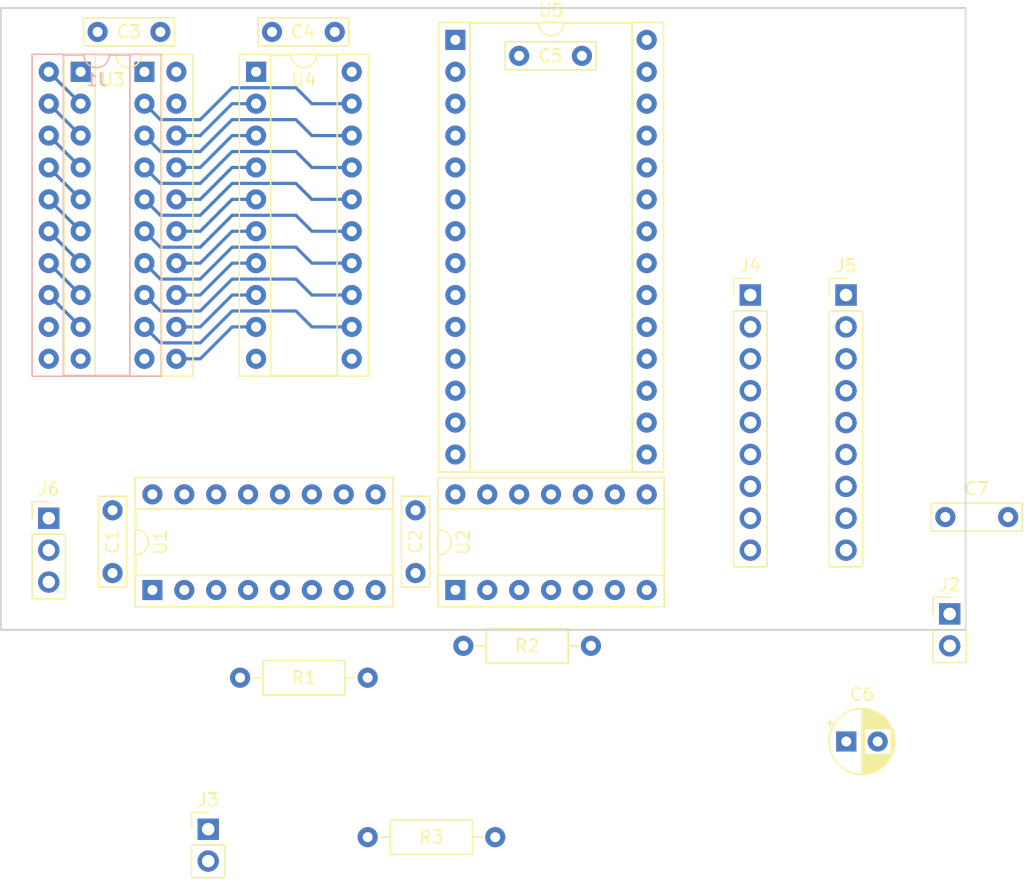
<source format=kicad_pcb>
(kicad_pcb (version 20171130) (host pcbnew 5.0.2-bee76a0~70~ubuntu16.04.1)

  (general
    (thickness 1.6)
    (drawings 18)
    (tracks 81)
    (zones 0)
    (modules 21)
    (nets 62)
  )

  (page A4)
  (layers
    (0 F.Cu signal)
    (31 B.Cu signal)
    (32 B.Adhes user)
    (33 F.Adhes user)
    (34 B.Paste user)
    (35 F.Paste user)
    (36 B.SilkS user)
    (37 F.SilkS user)
    (38 B.Mask user)
    (39 F.Mask user)
    (40 Dwgs.User user hide)
    (41 Cmts.User user)
    (42 Eco1.User user)
    (43 Eco2.User user)
    (44 Edge.Cuts user)
    (45 Margin user)
    (46 B.CrtYd user)
    (47 F.CrtYd user)
    (48 B.Fab user hide)
    (49 F.Fab user hide)
  )

  (setup
    (last_trace_width 0.254)
    (user_trace_width 0.254)
    (user_trace_width 0.508)
    (trace_clearance 0.2286)
    (zone_clearance 0.508)
    (zone_45_only no)
    (trace_min 0.254)
    (segment_width 0.2)
    (edge_width 0.15)
    (via_size 1.016)
    (via_drill 0.4064)
    (via_min_size 1.016)
    (via_min_drill 0.4064)
    (uvia_size 0.7112)
    (uvia_drill 0.4064)
    (uvias_allowed no)
    (uvia_min_size 0.2)
    (uvia_min_drill 0.1)
    (pcb_text_width 0.3)
    (pcb_text_size 1.5 1.5)
    (mod_edge_width 0.15)
    (mod_text_size 1 1)
    (mod_text_width 0.15)
    (pad_size 1.7 1.7)
    (pad_drill 0.7)
    (pad_to_mask_clearance 0.15)
    (solder_mask_min_width 0.04)
    (aux_axis_origin 141.635 146.29)
    (grid_origin 191.135 97.79)
    (visible_elements FFFFFF7F)
    (pcbplotparams
      (layerselection 0x010f0_ffffffff)
      (usegerberextensions true)
      (usegerberattributes false)
      (usegerberadvancedattributes false)
      (creategerberjobfile false)
      (excludeedgelayer true)
      (linewidth 0.100000)
      (plotframeref false)
      (viasonmask false)
      (mode 1)
      (useauxorigin true)
      (hpglpennumber 1)
      (hpglpenspeed 20)
      (hpglpendiameter 15.000000)
      (psnegative false)
      (psa4output false)
      (plotreference true)
      (plotvalue false)
      (plotinvisibletext false)
      (padsonsilk false)
      (subtractmaskfromsilk false)
      (outputformat 1)
      (mirror false)
      (drillshape 0)
      (scaleselection 1)
      (outputdirectory "manufacturing/"))
  )

  (net 0 "")
  (net 1 GND)
  (net 2 VCC)
  (net 3 /RRDISABLE)
  (net 4 /LOAD)
  (net 5 /A12)
  (net 6 /A7)
  (net 7 /A6)
  (net 8 /A5)
  (net 9 /A4)
  (net 10 /A3)
  (net 11 /A2)
  (net 12 /A1)
  (net 13 /A0)
  (net 14 /RD0)
  (net 15 /RD1)
  (net 16 /RD2)
  (net 17 /RD3)
  (net 18 /RD4)
  (net 19 /RD5)
  (net 20 /RD6)
  (net 21 /RD7)
  (net 22 /A10)
  (net 23 /A11)
  (net 24 /A9)
  (net 25 /A8)
  (net 26 /NWE)
  (net 27 /VD7)
  (net 28 /VD6)
  (net 29 /VD5)
  (net 30 /VD4)
  (net 31 /VD3)
  (net 32 /VD2)
  (net 33 /VD1)
  (net 34 /VD0)
  (net 35 /NVDG)
  (net 36 /PD7)
  (net 37 /PD6)
  (net 38 /PD5)
  (net 39 /PD4)
  (net 40 /PD3)
  (net 41 /PD2)
  (net 42 /PD1)
  (net 43 /PD0)
  (net 44 /NDRS)
  (net 45 "Net-(U1-Pad2)")
  (net 46 "Net-(U1-Pad4)")
  (net 47 "Net-(U1-Pad12)")
  (net 48 "Net-(U1-Pad5)")
  (net 49 "Net-(U1-Pad13)")
  (net 50 "Net-(U1-Pad6)")
  (net 51 "Net-(U1-Pad7)")
  (net 52 "Net-(J3-Pad2)")
  (net 53 "Net-(U2-Pad11)")
  (net 54 "Net-(U2-Pad10)")
  (net 55 "Net-(J5-Pad5)")
  (net 56 "Net-(J5-Pad6)")
  (net 57 "Net-(J5-Pad7)")
  (net 58 "Net-(J5-Pad8)")
  (net 59 "Net-(J4-Pad8)")
  (net 60 "Net-(C7-Pad1)")
  (net 61 "Net-(C7-Pad2)")

  (net_class Default "This is the default net class."
    (clearance 0.2286)
    (trace_width 0.254)
    (via_dia 1.016)
    (via_drill 0.4064)
    (uvia_dia 0.7112)
    (uvia_drill 0.4064)
    (diff_pair_gap 2.54)
    (diff_pair_width 0.508)
    (add_net /A0)
    (add_net /A1)
    (add_net /A10)
    (add_net /A11)
    (add_net /A12)
    (add_net /A2)
    (add_net /A3)
    (add_net /A4)
    (add_net /A5)
    (add_net /A6)
    (add_net /A7)
    (add_net /A8)
    (add_net /A9)
    (add_net /LOAD)
    (add_net /NDRS)
    (add_net /NVDG)
    (add_net /NWE)
    (add_net /PD0)
    (add_net /PD1)
    (add_net /PD2)
    (add_net /PD3)
    (add_net /PD4)
    (add_net /PD5)
    (add_net /PD6)
    (add_net /PD7)
    (add_net /RD0)
    (add_net /RD1)
    (add_net /RD2)
    (add_net /RD3)
    (add_net /RD4)
    (add_net /RD5)
    (add_net /RD6)
    (add_net /RD7)
    (add_net /RRDISABLE)
    (add_net /VD0)
    (add_net /VD1)
    (add_net /VD2)
    (add_net /VD3)
    (add_net /VD4)
    (add_net /VD5)
    (add_net /VD6)
    (add_net /VD7)
    (add_net "Net-(C7-Pad1)")
    (add_net "Net-(C7-Pad2)")
    (add_net "Net-(J3-Pad2)")
    (add_net "Net-(J4-Pad8)")
    (add_net "Net-(J5-Pad5)")
    (add_net "Net-(J5-Pad6)")
    (add_net "Net-(J5-Pad7)")
    (add_net "Net-(J5-Pad8)")
    (add_net "Net-(U1-Pad12)")
    (add_net "Net-(U1-Pad13)")
    (add_net "Net-(U1-Pad2)")
    (add_net "Net-(U1-Pad4)")
    (add_net "Net-(U1-Pad5)")
    (add_net "Net-(U1-Pad6)")
    (add_net "Net-(U1-Pad7)")
    (add_net "Net-(U2-Pad10)")
    (add_net "Net-(U2-Pad11)")
  )

  (net_class Power ""
    (clearance 0.2286)
    (trace_width 1.27)
    (via_dia 1.524)
    (via_drill 0.6096)
    (uvia_dia 0.7112)
    (uvia_drill 0.4064)
    (diff_pair_gap 2.54)
    (diff_pair_width 0.508)
    (add_net GND)
    (add_net VCC)
  )

  (module Capacitor_THT:CP_Radial_D5.0mm_P2.50mm (layer F.Cu) (tedit 5AE50EF0) (tstamp 5CBFC70F)
    (at 216.555001 163.83)
    (descr "CP, Radial series, Radial, pin pitch=2.50mm, , diameter=5mm, Electrolytic Capacitor")
    (tags "CP Radial series Radial pin pitch 2.50mm  diameter 5mm Electrolytic Capacitor")
    (path /5CB31DB0)
    (fp_text reference C6 (at 1.25 -3.75) (layer F.SilkS)
      (effects (font (size 1 1) (thickness 0.15)))
    )
    (fp_text value 10u (at 1.25 3.75) (layer F.Fab)
      (effects (font (size 1 1) (thickness 0.15)))
    )
    (fp_circle (center 1.25 0) (end 3.75 0) (layer F.Fab) (width 0.1))
    (fp_circle (center 1.25 0) (end 3.87 0) (layer F.SilkS) (width 0.12))
    (fp_circle (center 1.25 0) (end 4 0) (layer F.CrtYd) (width 0.05))
    (fp_line (start -0.883605 -1.0875) (end -0.383605 -1.0875) (layer F.Fab) (width 0.1))
    (fp_line (start -0.633605 -1.3375) (end -0.633605 -0.8375) (layer F.Fab) (width 0.1))
    (fp_line (start 1.25 -2.58) (end 1.25 2.58) (layer F.SilkS) (width 0.12))
    (fp_line (start 1.29 -2.58) (end 1.29 2.58) (layer F.SilkS) (width 0.12))
    (fp_line (start 1.33 -2.579) (end 1.33 2.579) (layer F.SilkS) (width 0.12))
    (fp_line (start 1.37 -2.578) (end 1.37 2.578) (layer F.SilkS) (width 0.12))
    (fp_line (start 1.41 -2.576) (end 1.41 2.576) (layer F.SilkS) (width 0.12))
    (fp_line (start 1.45 -2.573) (end 1.45 2.573) (layer F.SilkS) (width 0.12))
    (fp_line (start 1.49 -2.569) (end 1.49 -1.04) (layer F.SilkS) (width 0.12))
    (fp_line (start 1.49 1.04) (end 1.49 2.569) (layer F.SilkS) (width 0.12))
    (fp_line (start 1.53 -2.565) (end 1.53 -1.04) (layer F.SilkS) (width 0.12))
    (fp_line (start 1.53 1.04) (end 1.53 2.565) (layer F.SilkS) (width 0.12))
    (fp_line (start 1.57 -2.561) (end 1.57 -1.04) (layer F.SilkS) (width 0.12))
    (fp_line (start 1.57 1.04) (end 1.57 2.561) (layer F.SilkS) (width 0.12))
    (fp_line (start 1.61 -2.556) (end 1.61 -1.04) (layer F.SilkS) (width 0.12))
    (fp_line (start 1.61 1.04) (end 1.61 2.556) (layer F.SilkS) (width 0.12))
    (fp_line (start 1.65 -2.55) (end 1.65 -1.04) (layer F.SilkS) (width 0.12))
    (fp_line (start 1.65 1.04) (end 1.65 2.55) (layer F.SilkS) (width 0.12))
    (fp_line (start 1.69 -2.543) (end 1.69 -1.04) (layer F.SilkS) (width 0.12))
    (fp_line (start 1.69 1.04) (end 1.69 2.543) (layer F.SilkS) (width 0.12))
    (fp_line (start 1.73 -2.536) (end 1.73 -1.04) (layer F.SilkS) (width 0.12))
    (fp_line (start 1.73 1.04) (end 1.73 2.536) (layer F.SilkS) (width 0.12))
    (fp_line (start 1.77 -2.528) (end 1.77 -1.04) (layer F.SilkS) (width 0.12))
    (fp_line (start 1.77 1.04) (end 1.77 2.528) (layer F.SilkS) (width 0.12))
    (fp_line (start 1.81 -2.52) (end 1.81 -1.04) (layer F.SilkS) (width 0.12))
    (fp_line (start 1.81 1.04) (end 1.81 2.52) (layer F.SilkS) (width 0.12))
    (fp_line (start 1.85 -2.511) (end 1.85 -1.04) (layer F.SilkS) (width 0.12))
    (fp_line (start 1.85 1.04) (end 1.85 2.511) (layer F.SilkS) (width 0.12))
    (fp_line (start 1.89 -2.501) (end 1.89 -1.04) (layer F.SilkS) (width 0.12))
    (fp_line (start 1.89 1.04) (end 1.89 2.501) (layer F.SilkS) (width 0.12))
    (fp_line (start 1.93 -2.491) (end 1.93 -1.04) (layer F.SilkS) (width 0.12))
    (fp_line (start 1.93 1.04) (end 1.93 2.491) (layer F.SilkS) (width 0.12))
    (fp_line (start 1.971 -2.48) (end 1.971 -1.04) (layer F.SilkS) (width 0.12))
    (fp_line (start 1.971 1.04) (end 1.971 2.48) (layer F.SilkS) (width 0.12))
    (fp_line (start 2.011 -2.468) (end 2.011 -1.04) (layer F.SilkS) (width 0.12))
    (fp_line (start 2.011 1.04) (end 2.011 2.468) (layer F.SilkS) (width 0.12))
    (fp_line (start 2.051 -2.455) (end 2.051 -1.04) (layer F.SilkS) (width 0.12))
    (fp_line (start 2.051 1.04) (end 2.051 2.455) (layer F.SilkS) (width 0.12))
    (fp_line (start 2.091 -2.442) (end 2.091 -1.04) (layer F.SilkS) (width 0.12))
    (fp_line (start 2.091 1.04) (end 2.091 2.442) (layer F.SilkS) (width 0.12))
    (fp_line (start 2.131 -2.428) (end 2.131 -1.04) (layer F.SilkS) (width 0.12))
    (fp_line (start 2.131 1.04) (end 2.131 2.428) (layer F.SilkS) (width 0.12))
    (fp_line (start 2.171 -2.414) (end 2.171 -1.04) (layer F.SilkS) (width 0.12))
    (fp_line (start 2.171 1.04) (end 2.171 2.414) (layer F.SilkS) (width 0.12))
    (fp_line (start 2.211 -2.398) (end 2.211 -1.04) (layer F.SilkS) (width 0.12))
    (fp_line (start 2.211 1.04) (end 2.211 2.398) (layer F.SilkS) (width 0.12))
    (fp_line (start 2.251 -2.382) (end 2.251 -1.04) (layer F.SilkS) (width 0.12))
    (fp_line (start 2.251 1.04) (end 2.251 2.382) (layer F.SilkS) (width 0.12))
    (fp_line (start 2.291 -2.365) (end 2.291 -1.04) (layer F.SilkS) (width 0.12))
    (fp_line (start 2.291 1.04) (end 2.291 2.365) (layer F.SilkS) (width 0.12))
    (fp_line (start 2.331 -2.348) (end 2.331 -1.04) (layer F.SilkS) (width 0.12))
    (fp_line (start 2.331 1.04) (end 2.331 2.348) (layer F.SilkS) (width 0.12))
    (fp_line (start 2.371 -2.329) (end 2.371 -1.04) (layer F.SilkS) (width 0.12))
    (fp_line (start 2.371 1.04) (end 2.371 2.329) (layer F.SilkS) (width 0.12))
    (fp_line (start 2.411 -2.31) (end 2.411 -1.04) (layer F.SilkS) (width 0.12))
    (fp_line (start 2.411 1.04) (end 2.411 2.31) (layer F.SilkS) (width 0.12))
    (fp_line (start 2.451 -2.29) (end 2.451 -1.04) (layer F.SilkS) (width 0.12))
    (fp_line (start 2.451 1.04) (end 2.451 2.29) (layer F.SilkS) (width 0.12))
    (fp_line (start 2.491 -2.268) (end 2.491 -1.04) (layer F.SilkS) (width 0.12))
    (fp_line (start 2.491 1.04) (end 2.491 2.268) (layer F.SilkS) (width 0.12))
    (fp_line (start 2.531 -2.247) (end 2.531 -1.04) (layer F.SilkS) (width 0.12))
    (fp_line (start 2.531 1.04) (end 2.531 2.247) (layer F.SilkS) (width 0.12))
    (fp_line (start 2.571 -2.224) (end 2.571 -1.04) (layer F.SilkS) (width 0.12))
    (fp_line (start 2.571 1.04) (end 2.571 2.224) (layer F.SilkS) (width 0.12))
    (fp_line (start 2.611 -2.2) (end 2.611 -1.04) (layer F.SilkS) (width 0.12))
    (fp_line (start 2.611 1.04) (end 2.611 2.2) (layer F.SilkS) (width 0.12))
    (fp_line (start 2.651 -2.175) (end 2.651 -1.04) (layer F.SilkS) (width 0.12))
    (fp_line (start 2.651 1.04) (end 2.651 2.175) (layer F.SilkS) (width 0.12))
    (fp_line (start 2.691 -2.149) (end 2.691 -1.04) (layer F.SilkS) (width 0.12))
    (fp_line (start 2.691 1.04) (end 2.691 2.149) (layer F.SilkS) (width 0.12))
    (fp_line (start 2.731 -2.122) (end 2.731 -1.04) (layer F.SilkS) (width 0.12))
    (fp_line (start 2.731 1.04) (end 2.731 2.122) (layer F.SilkS) (width 0.12))
    (fp_line (start 2.771 -2.095) (end 2.771 -1.04) (layer F.SilkS) (width 0.12))
    (fp_line (start 2.771 1.04) (end 2.771 2.095) (layer F.SilkS) (width 0.12))
    (fp_line (start 2.811 -2.065) (end 2.811 -1.04) (layer F.SilkS) (width 0.12))
    (fp_line (start 2.811 1.04) (end 2.811 2.065) (layer F.SilkS) (width 0.12))
    (fp_line (start 2.851 -2.035) (end 2.851 -1.04) (layer F.SilkS) (width 0.12))
    (fp_line (start 2.851 1.04) (end 2.851 2.035) (layer F.SilkS) (width 0.12))
    (fp_line (start 2.891 -2.004) (end 2.891 -1.04) (layer F.SilkS) (width 0.12))
    (fp_line (start 2.891 1.04) (end 2.891 2.004) (layer F.SilkS) (width 0.12))
    (fp_line (start 2.931 -1.971) (end 2.931 -1.04) (layer F.SilkS) (width 0.12))
    (fp_line (start 2.931 1.04) (end 2.931 1.971) (layer F.SilkS) (width 0.12))
    (fp_line (start 2.971 -1.937) (end 2.971 -1.04) (layer F.SilkS) (width 0.12))
    (fp_line (start 2.971 1.04) (end 2.971 1.937) (layer F.SilkS) (width 0.12))
    (fp_line (start 3.011 -1.901) (end 3.011 -1.04) (layer F.SilkS) (width 0.12))
    (fp_line (start 3.011 1.04) (end 3.011 1.901) (layer F.SilkS) (width 0.12))
    (fp_line (start 3.051 -1.864) (end 3.051 -1.04) (layer F.SilkS) (width 0.12))
    (fp_line (start 3.051 1.04) (end 3.051 1.864) (layer F.SilkS) (width 0.12))
    (fp_line (start 3.091 -1.826) (end 3.091 -1.04) (layer F.SilkS) (width 0.12))
    (fp_line (start 3.091 1.04) (end 3.091 1.826) (layer F.SilkS) (width 0.12))
    (fp_line (start 3.131 -1.785) (end 3.131 -1.04) (layer F.SilkS) (width 0.12))
    (fp_line (start 3.131 1.04) (end 3.131 1.785) (layer F.SilkS) (width 0.12))
    (fp_line (start 3.171 -1.743) (end 3.171 -1.04) (layer F.SilkS) (width 0.12))
    (fp_line (start 3.171 1.04) (end 3.171 1.743) (layer F.SilkS) (width 0.12))
    (fp_line (start 3.211 -1.699) (end 3.211 -1.04) (layer F.SilkS) (width 0.12))
    (fp_line (start 3.211 1.04) (end 3.211 1.699) (layer F.SilkS) (width 0.12))
    (fp_line (start 3.251 -1.653) (end 3.251 -1.04) (layer F.SilkS) (width 0.12))
    (fp_line (start 3.251 1.04) (end 3.251 1.653) (layer F.SilkS) (width 0.12))
    (fp_line (start 3.291 -1.605) (end 3.291 -1.04) (layer F.SilkS) (width 0.12))
    (fp_line (start 3.291 1.04) (end 3.291 1.605) (layer F.SilkS) (width 0.12))
    (fp_line (start 3.331 -1.554) (end 3.331 -1.04) (layer F.SilkS) (width 0.12))
    (fp_line (start 3.331 1.04) (end 3.331 1.554) (layer F.SilkS) (width 0.12))
    (fp_line (start 3.371 -1.5) (end 3.371 -1.04) (layer F.SilkS) (width 0.12))
    (fp_line (start 3.371 1.04) (end 3.371 1.5) (layer F.SilkS) (width 0.12))
    (fp_line (start 3.411 -1.443) (end 3.411 -1.04) (layer F.SilkS) (width 0.12))
    (fp_line (start 3.411 1.04) (end 3.411 1.443) (layer F.SilkS) (width 0.12))
    (fp_line (start 3.451 -1.383) (end 3.451 -1.04) (layer F.SilkS) (width 0.12))
    (fp_line (start 3.451 1.04) (end 3.451 1.383) (layer F.SilkS) (width 0.12))
    (fp_line (start 3.491 -1.319) (end 3.491 -1.04) (layer F.SilkS) (width 0.12))
    (fp_line (start 3.491 1.04) (end 3.491 1.319) (layer F.SilkS) (width 0.12))
    (fp_line (start 3.531 -1.251) (end 3.531 -1.04) (layer F.SilkS) (width 0.12))
    (fp_line (start 3.531 1.04) (end 3.531 1.251) (layer F.SilkS) (width 0.12))
    (fp_line (start 3.571 -1.178) (end 3.571 1.178) (layer F.SilkS) (width 0.12))
    (fp_line (start 3.611 -1.098) (end 3.611 1.098) (layer F.SilkS) (width 0.12))
    (fp_line (start 3.651 -1.011) (end 3.651 1.011) (layer F.SilkS) (width 0.12))
    (fp_line (start 3.691 -0.915) (end 3.691 0.915) (layer F.SilkS) (width 0.12))
    (fp_line (start 3.731 -0.805) (end 3.731 0.805) (layer F.SilkS) (width 0.12))
    (fp_line (start 3.771 -0.677) (end 3.771 0.677) (layer F.SilkS) (width 0.12))
    (fp_line (start 3.811 -0.518) (end 3.811 0.518) (layer F.SilkS) (width 0.12))
    (fp_line (start 3.851 -0.284) (end 3.851 0.284) (layer F.SilkS) (width 0.12))
    (fp_line (start -1.554775 -1.475) (end -1.054775 -1.475) (layer F.SilkS) (width 0.12))
    (fp_line (start -1.304775 -1.725) (end -1.304775 -1.225) (layer F.SilkS) (width 0.12))
    (fp_text user %R (at 1.25 0) (layer F.Fab)
      (effects (font (size 1 1) (thickness 0.15)))
    )
    (pad 1 thru_hole rect (at 0 0) (size 1.6 1.6) (drill 0.8) (layers *.Cu *.Mask)
      (net 2 VCC))
    (pad 2 thru_hole circle (at 2.5 0) (size 1.6 1.6) (drill 0.8) (layers *.Cu *.Mask)
      (net 1 GND))
    (model ${KISYS3DMOD}/Capacitor_THT.3dshapes/CP_Radial_D5.0mm_P2.50mm.wrl
      (at (xyz 0 0 0))
      (scale (xyz 1 1 1))
      (rotate (xyz 0 0 0))
    )
  )

  (module Capacitor_THT:C_Rect_L7.0mm_W2.0mm_P5.00mm (layer F.Cu) (tedit 5AE50EF0) (tstamp 5CBFC6B5)
    (at 224.444776 145.955001)
    (descr "C, Rect series, Radial, pin pitch=5.00mm, , length*width=7*2mm^2, Capacitor")
    (tags "C Rect series Radial pin pitch 5.00mm  length 7mm width 2mm Capacitor")
    (path /5CB31B3B)
    (fp_text reference C7 (at 2.5 -2.25) (layer F.SilkS)
      (effects (font (size 1 1) (thickness 0.15)))
    )
    (fp_text value 150p (at 2.5 2.25) (layer F.Fab)
      (effects (font (size 1 1) (thickness 0.15)))
    )
    (fp_line (start -1 -1) (end -1 1) (layer F.Fab) (width 0.1))
    (fp_line (start -1 1) (end 6 1) (layer F.Fab) (width 0.1))
    (fp_line (start 6 1) (end 6 -1) (layer F.Fab) (width 0.1))
    (fp_line (start 6 -1) (end -1 -1) (layer F.Fab) (width 0.1))
    (fp_line (start -1.12 -1.12) (end 6.12 -1.12) (layer F.SilkS) (width 0.12))
    (fp_line (start -1.12 1.12) (end 6.12 1.12) (layer F.SilkS) (width 0.12))
    (fp_line (start -1.12 -1.12) (end -1.12 1.12) (layer F.SilkS) (width 0.12))
    (fp_line (start 6.12 -1.12) (end 6.12 1.12) (layer F.SilkS) (width 0.12))
    (fp_line (start -1.25 -1.25) (end -1.25 1.25) (layer F.CrtYd) (width 0.05))
    (fp_line (start -1.25 1.25) (end 6.25 1.25) (layer F.CrtYd) (width 0.05))
    (fp_line (start 6.25 1.25) (end 6.25 -1.25) (layer F.CrtYd) (width 0.05))
    (fp_line (start 6.25 -1.25) (end -1.25 -1.25) (layer F.CrtYd) (width 0.05))
    (fp_text user %R (at 2.5 0) (layer F.Fab)
      (effects (font (size 1 1) (thickness 0.15)))
    )
    (pad 1 thru_hole circle (at 0 0) (size 1.6 1.6) (drill 0.8) (layers *.Cu *.Mask)
      (net 60 "Net-(C7-Pad1)"))
    (pad 2 thru_hole circle (at 5 0) (size 1.6 1.6) (drill 0.8) (layers *.Cu *.Mask)
      (net 61 "Net-(C7-Pad2)"))
    (model ${KISYS3DMOD}/Capacitor_THT.3dshapes/C_Rect_L7.0mm_W2.0mm_P5.00mm.wrl
      (at (xyz 0 0 0))
      (scale (xyz 1 1 1))
      (rotate (xyz 0 0 0))
    )
  )

  (module Package_DIP:DIP-28_W15.24mm_Socket (layer F.Cu) (tedit 5A02E8C5) (tstamp 5CBFA730)
    (at 185.42 107.95)
    (descr "28-lead though-hole mounted DIP package, row spacing 15.24 mm (600 mils), Socket")
    (tags "THT DIP DIL PDIP 2.54mm 15.24mm 600mil Socket")
    (path /5CB3EB15)
    (fp_text reference U5 (at 7.62 -2.33) (layer F.SilkS)
      (effects (font (size 1 1) (thickness 0.15)))
    )
    (fp_text value "8Kx8 SRAM" (at 7.62 35.35) (layer F.Fab)
      (effects (font (size 1 1) (thickness 0.15)))
    )
    (fp_arc (start 7.62 -1.33) (end 6.62 -1.33) (angle -180) (layer F.SilkS) (width 0.12))
    (fp_line (start 1.255 -1.27) (end 14.985 -1.27) (layer F.Fab) (width 0.1))
    (fp_line (start 14.985 -1.27) (end 14.985 34.29) (layer F.Fab) (width 0.1))
    (fp_line (start 14.985 34.29) (end 0.255 34.29) (layer F.Fab) (width 0.1))
    (fp_line (start 0.255 34.29) (end 0.255 -0.27) (layer F.Fab) (width 0.1))
    (fp_line (start 0.255 -0.27) (end 1.255 -1.27) (layer F.Fab) (width 0.1))
    (fp_line (start -1.27 -1.33) (end -1.27 34.35) (layer F.Fab) (width 0.1))
    (fp_line (start -1.27 34.35) (end 16.51 34.35) (layer F.Fab) (width 0.1))
    (fp_line (start 16.51 34.35) (end 16.51 -1.33) (layer F.Fab) (width 0.1))
    (fp_line (start 16.51 -1.33) (end -1.27 -1.33) (layer F.Fab) (width 0.1))
    (fp_line (start 6.62 -1.33) (end 1.16 -1.33) (layer F.SilkS) (width 0.12))
    (fp_line (start 1.16 -1.33) (end 1.16 34.35) (layer F.SilkS) (width 0.12))
    (fp_line (start 1.16 34.35) (end 14.08 34.35) (layer F.SilkS) (width 0.12))
    (fp_line (start 14.08 34.35) (end 14.08 -1.33) (layer F.SilkS) (width 0.12))
    (fp_line (start 14.08 -1.33) (end 8.62 -1.33) (layer F.SilkS) (width 0.12))
    (fp_line (start -1.33 -1.39) (end -1.33 34.41) (layer F.SilkS) (width 0.12))
    (fp_line (start -1.33 34.41) (end 16.57 34.41) (layer F.SilkS) (width 0.12))
    (fp_line (start 16.57 34.41) (end 16.57 -1.39) (layer F.SilkS) (width 0.12))
    (fp_line (start 16.57 -1.39) (end -1.33 -1.39) (layer F.SilkS) (width 0.12))
    (fp_line (start -1.55 -1.6) (end -1.55 34.65) (layer F.CrtYd) (width 0.05))
    (fp_line (start -1.55 34.65) (end 16.8 34.65) (layer F.CrtYd) (width 0.05))
    (fp_line (start 16.8 34.65) (end 16.8 -1.6) (layer F.CrtYd) (width 0.05))
    (fp_line (start 16.8 -1.6) (end -1.55 -1.6) (layer F.CrtYd) (width 0.05))
    (fp_text user %R (at 7.62 16.51) (layer F.Fab)
      (effects (font (size 1 1) (thickness 0.15)))
    )
    (pad 1 thru_hole rect (at 0 0) (size 1.6 1.6) (drill 0.8) (layers *.Cu *.Mask))
    (pad 15 thru_hole oval (at 15.24 33.02) (size 1.6 1.6) (drill 0.8) (layers *.Cu *.Mask)
      (net 17 /RD3))
    (pad 2 thru_hole oval (at 0 2.54) (size 1.6 1.6) (drill 0.8) (layers *.Cu *.Mask)
      (net 5 /A12))
    (pad 16 thru_hole oval (at 15.24 30.48) (size 1.6 1.6) (drill 0.8) (layers *.Cu *.Mask)
      (net 18 /RD4))
    (pad 3 thru_hole oval (at 0 5.08) (size 1.6 1.6) (drill 0.8) (layers *.Cu *.Mask)
      (net 6 /A7))
    (pad 17 thru_hole oval (at 15.24 27.94) (size 1.6 1.6) (drill 0.8) (layers *.Cu *.Mask)
      (net 19 /RD5))
    (pad 4 thru_hole oval (at 0 7.62) (size 1.6 1.6) (drill 0.8) (layers *.Cu *.Mask)
      (net 7 /A6))
    (pad 18 thru_hole oval (at 15.24 25.4) (size 1.6 1.6) (drill 0.8) (layers *.Cu *.Mask)
      (net 20 /RD6))
    (pad 5 thru_hole oval (at 0 10.16) (size 1.6 1.6) (drill 0.8) (layers *.Cu *.Mask)
      (net 8 /A5))
    (pad 19 thru_hole oval (at 15.24 22.86) (size 1.6 1.6) (drill 0.8) (layers *.Cu *.Mask)
      (net 21 /RD7))
    (pad 6 thru_hole oval (at 0 12.7) (size 1.6 1.6) (drill 0.8) (layers *.Cu *.Mask)
      (net 9 /A4))
    (pad 20 thru_hole oval (at 15.24 20.32) (size 1.6 1.6) (drill 0.8) (layers *.Cu *.Mask)
      (net 1 GND))
    (pad 7 thru_hole oval (at 0 15.24) (size 1.6 1.6) (drill 0.8) (layers *.Cu *.Mask)
      (net 10 /A3))
    (pad 21 thru_hole oval (at 15.24 17.78) (size 1.6 1.6) (drill 0.8) (layers *.Cu *.Mask)
      (net 22 /A10))
    (pad 8 thru_hole oval (at 0 17.78) (size 1.6 1.6) (drill 0.8) (layers *.Cu *.Mask)
      (net 11 /A2))
    (pad 22 thru_hole oval (at 15.24 15.24) (size 1.6 1.6) (drill 0.8) (layers *.Cu *.Mask)
      (net 1 GND))
    (pad 9 thru_hole oval (at 0 20.32) (size 1.6 1.6) (drill 0.8) (layers *.Cu *.Mask)
      (net 12 /A1))
    (pad 23 thru_hole oval (at 15.24 12.7) (size 1.6 1.6) (drill 0.8) (layers *.Cu *.Mask)
      (net 23 /A11))
    (pad 10 thru_hole oval (at 0 22.86) (size 1.6 1.6) (drill 0.8) (layers *.Cu *.Mask)
      (net 13 /A0))
    (pad 24 thru_hole oval (at 15.24 10.16) (size 1.6 1.6) (drill 0.8) (layers *.Cu *.Mask)
      (net 24 /A9))
    (pad 11 thru_hole oval (at 0 25.4) (size 1.6 1.6) (drill 0.8) (layers *.Cu *.Mask)
      (net 14 /RD0))
    (pad 25 thru_hole oval (at 15.24 7.62) (size 1.6 1.6) (drill 0.8) (layers *.Cu *.Mask)
      (net 25 /A8))
    (pad 12 thru_hole oval (at 0 27.94) (size 1.6 1.6) (drill 0.8) (layers *.Cu *.Mask)
      (net 15 /RD1))
    (pad 26 thru_hole oval (at 15.24 5.08) (size 1.6 1.6) (drill 0.8) (layers *.Cu *.Mask))
    (pad 13 thru_hole oval (at 0 30.48) (size 1.6 1.6) (drill 0.8) (layers *.Cu *.Mask)
      (net 16 /RD2))
    (pad 27 thru_hole oval (at 15.24 2.54) (size 1.6 1.6) (drill 0.8) (layers *.Cu *.Mask)
      (net 26 /NWE))
    (pad 14 thru_hole oval (at 0 33.02) (size 1.6 1.6) (drill 0.8) (layers *.Cu *.Mask)
      (net 1 GND))
    (pad 28 thru_hole oval (at 15.24 0) (size 1.6 1.6) (drill 0.8) (layers *.Cu *.Mask)
      (net 2 VCC))
    (model ${KISYS3DMOD}/Package_DIP.3dshapes/DIP-28_W15.24mm_Socket.wrl
      (at (xyz 0 0 0))
      (scale (xyz 1 1 1))
      (rotate (xyz 0 0 0))
    )
  )

  (module Capacitor_THT:C_Rect_L7.0mm_W2.0mm_P5.00mm (layer F.Cu) (tedit 5AE50EF0) (tstamp 5CBFD1BF)
    (at 182.245 145.415 270)
    (descr "C, Rect series, Radial, pin pitch=5.00mm, , length*width=7*2mm^2, Capacitor")
    (tags "C Rect series Radial pin pitch 5.00mm  length 7mm width 2mm Capacitor")
    (path /5CB31C07)
    (fp_text reference C2 (at 2.5 0 270) (layer F.SilkS)
      (effects (font (size 1 1) (thickness 0.15)))
    )
    (fp_text value 100n (at 2.5 2.25 270) (layer F.Fab)
      (effects (font (size 1 1) (thickness 0.15)))
    )
    (fp_text user %R (at 2.5 0 270) (layer F.Fab)
      (effects (font (size 1 1) (thickness 0.15)))
    )
    (fp_line (start 6.25 -1.25) (end -1.25 -1.25) (layer F.CrtYd) (width 0.05))
    (fp_line (start 6.25 1.25) (end 6.25 -1.25) (layer F.CrtYd) (width 0.05))
    (fp_line (start -1.25 1.25) (end 6.25 1.25) (layer F.CrtYd) (width 0.05))
    (fp_line (start -1.25 -1.25) (end -1.25 1.25) (layer F.CrtYd) (width 0.05))
    (fp_line (start 6.12 -1.12) (end 6.12 1.12) (layer F.SilkS) (width 0.12))
    (fp_line (start -1.12 -1.12) (end -1.12 1.12) (layer F.SilkS) (width 0.12))
    (fp_line (start -1.12 1.12) (end 6.12 1.12) (layer F.SilkS) (width 0.12))
    (fp_line (start -1.12 -1.12) (end 6.12 -1.12) (layer F.SilkS) (width 0.12))
    (fp_line (start 6 -1) (end -1 -1) (layer F.Fab) (width 0.1))
    (fp_line (start 6 1) (end 6 -1) (layer F.Fab) (width 0.1))
    (fp_line (start -1 1) (end 6 1) (layer F.Fab) (width 0.1))
    (fp_line (start -1 -1) (end -1 1) (layer F.Fab) (width 0.1))
    (pad 2 thru_hole circle (at 5 0 270) (size 1.6 1.6) (drill 0.8) (layers *.Cu *.Mask)
      (net 1 GND))
    (pad 1 thru_hole circle (at 0 0 270) (size 1.6 1.6) (drill 0.8) (layers *.Cu *.Mask)
      (net 2 VCC))
    (model ${KISYS3DMOD}/Capacitor_THT.3dshapes/C_Rect_L7.0mm_W2.0mm_P5.00mm.wrl
      (at (xyz 0 0 0))
      (scale (xyz 1 1 1))
      (rotate (xyz 0 0 0))
    )
  )

  (module Capacitor_THT:C_Rect_L7.0mm_W2.0mm_P5.00mm (layer F.Cu) (tedit 5AE50EF0) (tstamp 5CBFD408)
    (at 161.925 107.315 180)
    (descr "C, Rect series, Radial, pin pitch=5.00mm, , length*width=7*2mm^2, Capacitor")
    (tags "C Rect series Radial pin pitch 5.00mm  length 7mm width 2mm Capacitor")
    (path /5CB31C43)
    (fp_text reference C3 (at 2.5 0 180) (layer F.SilkS)
      (effects (font (size 1 1) (thickness 0.15)))
    )
    (fp_text value 100n (at 2.5 2.25 180) (layer F.Fab)
      (effects (font (size 1 1) (thickness 0.15)))
    )
    (fp_line (start -1 -1) (end -1 1) (layer F.Fab) (width 0.1))
    (fp_line (start -1 1) (end 6 1) (layer F.Fab) (width 0.1))
    (fp_line (start 6 1) (end 6 -1) (layer F.Fab) (width 0.1))
    (fp_line (start 6 -1) (end -1 -1) (layer F.Fab) (width 0.1))
    (fp_line (start -1.12 -1.12) (end 6.12 -1.12) (layer F.SilkS) (width 0.12))
    (fp_line (start -1.12 1.12) (end 6.12 1.12) (layer F.SilkS) (width 0.12))
    (fp_line (start -1.12 -1.12) (end -1.12 1.12) (layer F.SilkS) (width 0.12))
    (fp_line (start 6.12 -1.12) (end 6.12 1.12) (layer F.SilkS) (width 0.12))
    (fp_line (start -1.25 -1.25) (end -1.25 1.25) (layer F.CrtYd) (width 0.05))
    (fp_line (start -1.25 1.25) (end 6.25 1.25) (layer F.CrtYd) (width 0.05))
    (fp_line (start 6.25 1.25) (end 6.25 -1.25) (layer F.CrtYd) (width 0.05))
    (fp_line (start 6.25 -1.25) (end -1.25 -1.25) (layer F.CrtYd) (width 0.05))
    (fp_text user %R (at 2.5 0 180) (layer F.Fab)
      (effects (font (size 1 1) (thickness 0.15)))
    )
    (pad 1 thru_hole circle (at 0 0 180) (size 1.6 1.6) (drill 0.8) (layers *.Cu *.Mask)
      (net 2 VCC))
    (pad 2 thru_hole circle (at 5 0 180) (size 1.6 1.6) (drill 0.8) (layers *.Cu *.Mask)
      (net 1 GND))
    (model ${KISYS3DMOD}/Capacitor_THT.3dshapes/C_Rect_L7.0mm_W2.0mm_P5.00mm.wrl
      (at (xyz 0 0 0))
      (scale (xyz 1 1 1))
      (rotate (xyz 0 0 0))
    )
  )

  (module Capacitor_THT:C_Rect_L7.0mm_W2.0mm_P5.00mm (layer F.Cu) (tedit 5AE50EF0) (tstamp 5CBFD4DA)
    (at 170.815 107.315)
    (descr "C, Rect series, Radial, pin pitch=5.00mm, , length*width=7*2mm^2, Capacitor")
    (tags "C Rect series Radial pin pitch 5.00mm  length 7mm width 2mm Capacitor")
    (path /5CB31C7D)
    (fp_text reference C4 (at 2.46 0) (layer F.SilkS)
      (effects (font (size 1 1) (thickness 0.15)))
    )
    (fp_text value 100n (at 2.5 2.25) (layer F.Fab)
      (effects (font (size 1 1) (thickness 0.15)))
    )
    (fp_text user %R (at 2.5 0) (layer F.Fab)
      (effects (font (size 1 1) (thickness 0.15)))
    )
    (fp_line (start 6.25 -1.25) (end -1.25 -1.25) (layer F.CrtYd) (width 0.05))
    (fp_line (start 6.25 1.25) (end 6.25 -1.25) (layer F.CrtYd) (width 0.05))
    (fp_line (start -1.25 1.25) (end 6.25 1.25) (layer F.CrtYd) (width 0.05))
    (fp_line (start -1.25 -1.25) (end -1.25 1.25) (layer F.CrtYd) (width 0.05))
    (fp_line (start 6.12 -1.12) (end 6.12 1.12) (layer F.SilkS) (width 0.12))
    (fp_line (start -1.12 -1.12) (end -1.12 1.12) (layer F.SilkS) (width 0.12))
    (fp_line (start -1.12 1.12) (end 6.12 1.12) (layer F.SilkS) (width 0.12))
    (fp_line (start -1.12 -1.12) (end 6.12 -1.12) (layer F.SilkS) (width 0.12))
    (fp_line (start 6 -1) (end -1 -1) (layer F.Fab) (width 0.1))
    (fp_line (start 6 1) (end 6 -1) (layer F.Fab) (width 0.1))
    (fp_line (start -1 1) (end 6 1) (layer F.Fab) (width 0.1))
    (fp_line (start -1 -1) (end -1 1) (layer F.Fab) (width 0.1))
    (pad 2 thru_hole circle (at 5 0) (size 1.6 1.6) (drill 0.8) (layers *.Cu *.Mask)
      (net 1 GND))
    (pad 1 thru_hole circle (at 0 0) (size 1.6 1.6) (drill 0.8) (layers *.Cu *.Mask)
      (net 2 VCC))
    (model ${KISYS3DMOD}/Capacitor_THT.3dshapes/C_Rect_L7.0mm_W2.0mm_P5.00mm.wrl
      (at (xyz 0 0 0))
      (scale (xyz 1 1 1))
      (rotate (xyz 0 0 0))
    )
  )

  (module Capacitor_THT:C_Rect_L7.0mm_W2.0mm_P5.00mm (layer F.Cu) (tedit 5AE50EF0) (tstamp 5CBFE1D0)
    (at 190.5 109.22)
    (descr "C, Rect series, Radial, pin pitch=5.00mm, , length*width=7*2mm^2, Capacitor")
    (tags "C Rect series Radial pin pitch 5.00mm  length 7mm width 2mm Capacitor")
    (path /5CB31D2B)
    (fp_text reference C5 (at 2.5 0) (layer F.SilkS)
      (effects (font (size 1 1) (thickness 0.15)))
    )
    (fp_text value 100n (at 2.5 2.25) (layer F.Fab)
      (effects (font (size 1 1) (thickness 0.15)))
    )
    (fp_line (start -1 -1) (end -1 1) (layer F.Fab) (width 0.1))
    (fp_line (start -1 1) (end 6 1) (layer F.Fab) (width 0.1))
    (fp_line (start 6 1) (end 6 -1) (layer F.Fab) (width 0.1))
    (fp_line (start 6 -1) (end -1 -1) (layer F.Fab) (width 0.1))
    (fp_line (start -1.12 -1.12) (end 6.12 -1.12) (layer F.SilkS) (width 0.12))
    (fp_line (start -1.12 1.12) (end 6.12 1.12) (layer F.SilkS) (width 0.12))
    (fp_line (start -1.12 -1.12) (end -1.12 1.12) (layer F.SilkS) (width 0.12))
    (fp_line (start 6.12 -1.12) (end 6.12 1.12) (layer F.SilkS) (width 0.12))
    (fp_line (start -1.25 -1.25) (end -1.25 1.25) (layer F.CrtYd) (width 0.05))
    (fp_line (start -1.25 1.25) (end 6.25 1.25) (layer F.CrtYd) (width 0.05))
    (fp_line (start 6.25 1.25) (end 6.25 -1.25) (layer F.CrtYd) (width 0.05))
    (fp_line (start 6.25 -1.25) (end -1.25 -1.25) (layer F.CrtYd) (width 0.05))
    (fp_text user %R (at 2.5 0) (layer F.Fab)
      (effects (font (size 1 1) (thickness 0.15)))
    )
    (pad 1 thru_hole circle (at 0 0) (size 1.6 1.6) (drill 0.8) (layers *.Cu *.Mask)
      (net 2 VCC))
    (pad 2 thru_hole circle (at 5 0) (size 1.6 1.6) (drill 0.8) (layers *.Cu *.Mask)
      (net 1 GND))
    (model ${KISYS3DMOD}/Capacitor_THT.3dshapes/C_Rect_L7.0mm_W2.0mm_P5.00mm.wrl
      (at (xyz 0 0 0))
      (scale (xyz 1 1 1))
      (rotate (xyz 0 0 0))
    )
  )

  (module Capacitor_THT:C_Rect_L7.0mm_W2.0mm_P5.00mm (layer F.Cu) (tedit 5AE50EF0) (tstamp 5CBFCF2D)
    (at 158.115 145.415 270)
    (descr "C, Rect series, Radial, pin pitch=5.00mm, , length*width=7*2mm^2, Capacitor")
    (tags "C Rect series Radial pin pitch 5.00mm  length 7mm width 2mm Capacitor")
    (path /5CB31BB9)
    (fp_text reference C1 (at 2.5 0 270) (layer F.SilkS)
      (effects (font (size 1 1) (thickness 0.15)))
    )
    (fp_text value 100n (at 2.5 2.25 270) (layer F.Fab)
      (effects (font (size 1 1) (thickness 0.15)))
    )
    (fp_line (start -1 -1) (end -1 1) (layer F.Fab) (width 0.1))
    (fp_line (start -1 1) (end 6 1) (layer F.Fab) (width 0.1))
    (fp_line (start 6 1) (end 6 -1) (layer F.Fab) (width 0.1))
    (fp_line (start 6 -1) (end -1 -1) (layer F.Fab) (width 0.1))
    (fp_line (start -1.12 -1.12) (end 6.12 -1.12) (layer F.SilkS) (width 0.12))
    (fp_line (start -1.12 1.12) (end 6.12 1.12) (layer F.SilkS) (width 0.12))
    (fp_line (start -1.12 -1.12) (end -1.12 1.12) (layer F.SilkS) (width 0.12))
    (fp_line (start 6.12 -1.12) (end 6.12 1.12) (layer F.SilkS) (width 0.12))
    (fp_line (start -1.25 -1.25) (end -1.25 1.25) (layer F.CrtYd) (width 0.05))
    (fp_line (start -1.25 1.25) (end 6.25 1.25) (layer F.CrtYd) (width 0.05))
    (fp_line (start 6.25 1.25) (end 6.25 -1.25) (layer F.CrtYd) (width 0.05))
    (fp_line (start 6.25 -1.25) (end -1.25 -1.25) (layer F.CrtYd) (width 0.05))
    (fp_text user %R (at 2.5 0 270) (layer F.Fab)
      (effects (font (size 1 1) (thickness 0.15)))
    )
    (pad 1 thru_hole circle (at 0 0 270) (size 1.6 1.6) (drill 0.8) (layers *.Cu *.Mask)
      (net 2 VCC))
    (pad 2 thru_hole circle (at 5 0 270) (size 1.6 1.6) (drill 0.8) (layers *.Cu *.Mask)
      (net 1 GND))
    (model ${KISYS3DMOD}/Capacitor_THT.3dshapes/C_Rect_L7.0mm_W2.0mm_P5.00mm.wrl
      (at (xyz 0 0 0))
      (scale (xyz 1 1 1))
      (rotate (xyz 0 0 0))
    )
  )

  (module Connector_PinHeader_2.54mm:PinHeader_1x02_P2.54mm_Vertical (layer F.Cu) (tedit 59FED5CC) (tstamp 5CBE94A3)
    (at 224.79 153.67)
    (descr "Through hole straight pin header, 1x02, 2.54mm pitch, single row")
    (tags "Through hole pin header THT 1x02 2.54mm single row")
    (path /5CB4D0F5)
    (fp_text reference J2 (at 0 -2.33) (layer F.SilkS)
      (effects (font (size 1 1) (thickness 0.15)))
    )
    (fp_text value Conn_01x02 (at 0 4.87) (layer F.Fab)
      (effects (font (size 1 1) (thickness 0.15)))
    )
    (fp_text user %R (at 0 1.27 90) (layer F.Fab)
      (effects (font (size 1 1) (thickness 0.15)))
    )
    (fp_line (start 1.8 -1.8) (end -1.8 -1.8) (layer F.CrtYd) (width 0.05))
    (fp_line (start 1.8 4.35) (end 1.8 -1.8) (layer F.CrtYd) (width 0.05))
    (fp_line (start -1.8 4.35) (end 1.8 4.35) (layer F.CrtYd) (width 0.05))
    (fp_line (start -1.8 -1.8) (end -1.8 4.35) (layer F.CrtYd) (width 0.05))
    (fp_line (start -1.33 -1.33) (end 0 -1.33) (layer F.SilkS) (width 0.12))
    (fp_line (start -1.33 0) (end -1.33 -1.33) (layer F.SilkS) (width 0.12))
    (fp_line (start -1.33 1.27) (end 1.33 1.27) (layer F.SilkS) (width 0.12))
    (fp_line (start 1.33 1.27) (end 1.33 3.87) (layer F.SilkS) (width 0.12))
    (fp_line (start -1.33 1.27) (end -1.33 3.87) (layer F.SilkS) (width 0.12))
    (fp_line (start -1.33 3.87) (end 1.33 3.87) (layer F.SilkS) (width 0.12))
    (fp_line (start -1.27 -0.635) (end -0.635 -1.27) (layer F.Fab) (width 0.1))
    (fp_line (start -1.27 3.81) (end -1.27 -0.635) (layer F.Fab) (width 0.1))
    (fp_line (start 1.27 3.81) (end -1.27 3.81) (layer F.Fab) (width 0.1))
    (fp_line (start 1.27 -1.27) (end 1.27 3.81) (layer F.Fab) (width 0.1))
    (fp_line (start -0.635 -1.27) (end 1.27 -1.27) (layer F.Fab) (width 0.1))
    (pad 2 thru_hole oval (at 0 2.54) (size 1.7 1.7) (drill 1) (layers *.Cu *.Mask)
      (net 3 /RRDISABLE))
    (pad 1 thru_hole rect (at 0 0) (size 1.7 1.7) (drill 1) (layers *.Cu *.Mask)
      (net 3 /RRDISABLE))
    (model ${KISYS3DMOD}/Connector_PinHeader_2.54mm.3dshapes/PinHeader_1x02_P2.54mm_Vertical.wrl
      (at (xyz 0 0 0))
      (scale (xyz 1 1 1))
      (rotate (xyz 0 0 0))
    )
  )

  (module Connector_PinHeader_2.54mm:PinHeader_1x02_P2.54mm_Vertical (layer F.Cu) (tedit 59FED5CC) (tstamp 5CBE948D)
    (at 165.735 170.815)
    (descr "Through hole straight pin header, 1x02, 2.54mm pitch, single row")
    (tags "Through hole pin header THT 1x02 2.54mm single row")
    (path /5CB48B01)
    (fp_text reference J3 (at 0 -2.33) (layer F.SilkS)
      (effects (font (size 1 1) (thickness 0.15)))
    )
    (fp_text value Conn_01x02 (at 0 4.87) (layer F.Fab)
      (effects (font (size 1 1) (thickness 0.15)))
    )
    (fp_line (start -0.635 -1.27) (end 1.27 -1.27) (layer F.Fab) (width 0.1))
    (fp_line (start 1.27 -1.27) (end 1.27 3.81) (layer F.Fab) (width 0.1))
    (fp_line (start 1.27 3.81) (end -1.27 3.81) (layer F.Fab) (width 0.1))
    (fp_line (start -1.27 3.81) (end -1.27 -0.635) (layer F.Fab) (width 0.1))
    (fp_line (start -1.27 -0.635) (end -0.635 -1.27) (layer F.Fab) (width 0.1))
    (fp_line (start -1.33 3.87) (end 1.33 3.87) (layer F.SilkS) (width 0.12))
    (fp_line (start -1.33 1.27) (end -1.33 3.87) (layer F.SilkS) (width 0.12))
    (fp_line (start 1.33 1.27) (end 1.33 3.87) (layer F.SilkS) (width 0.12))
    (fp_line (start -1.33 1.27) (end 1.33 1.27) (layer F.SilkS) (width 0.12))
    (fp_line (start -1.33 0) (end -1.33 -1.33) (layer F.SilkS) (width 0.12))
    (fp_line (start -1.33 -1.33) (end 0 -1.33) (layer F.SilkS) (width 0.12))
    (fp_line (start -1.8 -1.8) (end -1.8 4.35) (layer F.CrtYd) (width 0.05))
    (fp_line (start -1.8 4.35) (end 1.8 4.35) (layer F.CrtYd) (width 0.05))
    (fp_line (start 1.8 4.35) (end 1.8 -1.8) (layer F.CrtYd) (width 0.05))
    (fp_line (start 1.8 -1.8) (end -1.8 -1.8) (layer F.CrtYd) (width 0.05))
    (fp_text user %R (at 0 1.27 90) (layer F.Fab)
      (effects (font (size 1 1) (thickness 0.15)))
    )
    (pad 1 thru_hole rect (at 0 0) (size 1.7 1.7) (drill 1) (layers *.Cu *.Mask)
      (net 4 /LOAD))
    (pad 2 thru_hole oval (at 0 2.54) (size 1.7 1.7) (drill 1) (layers *.Cu *.Mask)
      (net 52 "Net-(J3-Pad2)"))
    (model ${KISYS3DMOD}/Connector_PinHeader_2.54mm.3dshapes/PinHeader_1x02_P2.54mm_Vertical.wrl
      (at (xyz 0 0 0))
      (scale (xyz 1 1 1))
      (rotate (xyz 0 0 0))
    )
  )

  (module Connector_PinHeader_2.54mm:PinHeader_1x03_P2.54mm_Vertical (layer F.Cu) (tedit 59FED5CC) (tstamp 5CBFCDCF)
    (at 153.035 146.05)
    (descr "Through hole straight pin header, 1x03, 2.54mm pitch, single row")
    (tags "Through hole pin header THT 1x03 2.54mm single row")
    (path /5CB31891)
    (fp_text reference J6 (at 0 -2.33) (layer F.SilkS)
      (effects (font (size 1 1) (thickness 0.15)))
    )
    (fp_text value Conn_01x03 (at 0 7.41) (layer F.Fab)
      (effects (font (size 1 1) (thickness 0.15)))
    )
    (fp_line (start -0.635 -1.27) (end 1.27 -1.27) (layer F.Fab) (width 0.1))
    (fp_line (start 1.27 -1.27) (end 1.27 6.35) (layer F.Fab) (width 0.1))
    (fp_line (start 1.27 6.35) (end -1.27 6.35) (layer F.Fab) (width 0.1))
    (fp_line (start -1.27 6.35) (end -1.27 -0.635) (layer F.Fab) (width 0.1))
    (fp_line (start -1.27 -0.635) (end -0.635 -1.27) (layer F.Fab) (width 0.1))
    (fp_line (start -1.33 6.41) (end 1.33 6.41) (layer F.SilkS) (width 0.12))
    (fp_line (start -1.33 1.27) (end -1.33 6.41) (layer F.SilkS) (width 0.12))
    (fp_line (start 1.33 1.27) (end 1.33 6.41) (layer F.SilkS) (width 0.12))
    (fp_line (start -1.33 1.27) (end 1.33 1.27) (layer F.SilkS) (width 0.12))
    (fp_line (start -1.33 0) (end -1.33 -1.33) (layer F.SilkS) (width 0.12))
    (fp_line (start -1.33 -1.33) (end 0 -1.33) (layer F.SilkS) (width 0.12))
    (fp_line (start -1.8 -1.8) (end -1.8 6.85) (layer F.CrtYd) (width 0.05))
    (fp_line (start -1.8 6.85) (end 1.8 6.85) (layer F.CrtYd) (width 0.05))
    (fp_line (start 1.8 6.85) (end 1.8 -1.8) (layer F.CrtYd) (width 0.05))
    (fp_line (start 1.8 -1.8) (end -1.8 -1.8) (layer F.CrtYd) (width 0.05))
    (fp_text user %R (at 0 2.54 90) (layer F.Fab)
      (effects (font (size 1 1) (thickness 0.15)))
    )
    (pad 1 thru_hole rect (at 0 0) (size 1.7 1.7) (drill 1) (layers *.Cu *.Mask)
      (net 22 /A10))
    (pad 2 thru_hole oval (at 0 2.54) (size 1.7 1.7) (drill 1) (layers *.Cu *.Mask)
      (net 23 /A11))
    (pad 3 thru_hole oval (at 0 5.08) (size 1.7 1.7) (drill 1) (layers *.Cu *.Mask)
      (net 5 /A12))
    (model ${KISYS3DMOD}/Connector_PinHeader_2.54mm.3dshapes/PinHeader_1x03_P2.54mm_Vertical.wrl
      (at (xyz 0 0 0))
      (scale (xyz 1 1 1))
      (rotate (xyz 0 0 0))
    )
  )

  (module Connector_PinHeader_2.54mm:PinHeader_1x09_P2.54mm_Vertical (layer F.Cu) (tedit 59FED5CC) (tstamp 5CBE9447)
    (at 208.915 128.27)
    (descr "Through hole straight pin header, 1x09, 2.54mm pitch, single row")
    (tags "Through hole pin header THT 1x09 2.54mm single row")
    (path /5CB3198E)
    (fp_text reference J4 (at 0 -2.33) (layer F.SilkS)
      (effects (font (size 1 1) (thickness 0.15)))
    )
    (fp_text value Conn_01x09 (at 0 22.65) (layer F.Fab)
      (effects (font (size 1 1) (thickness 0.15)))
    )
    (fp_text user %R (at 0 10.16 90) (layer F.Fab)
      (effects (font (size 1 1) (thickness 0.15)))
    )
    (fp_line (start 1.8 -1.8) (end -1.8 -1.8) (layer F.CrtYd) (width 0.05))
    (fp_line (start 1.8 22.1) (end 1.8 -1.8) (layer F.CrtYd) (width 0.05))
    (fp_line (start -1.8 22.1) (end 1.8 22.1) (layer F.CrtYd) (width 0.05))
    (fp_line (start -1.8 -1.8) (end -1.8 22.1) (layer F.CrtYd) (width 0.05))
    (fp_line (start -1.33 -1.33) (end 0 -1.33) (layer F.SilkS) (width 0.12))
    (fp_line (start -1.33 0) (end -1.33 -1.33) (layer F.SilkS) (width 0.12))
    (fp_line (start -1.33 1.27) (end 1.33 1.27) (layer F.SilkS) (width 0.12))
    (fp_line (start 1.33 1.27) (end 1.33 21.65) (layer F.SilkS) (width 0.12))
    (fp_line (start -1.33 1.27) (end -1.33 21.65) (layer F.SilkS) (width 0.12))
    (fp_line (start -1.33 21.65) (end 1.33 21.65) (layer F.SilkS) (width 0.12))
    (fp_line (start -1.27 -0.635) (end -0.635 -1.27) (layer F.Fab) (width 0.1))
    (fp_line (start -1.27 21.59) (end -1.27 -0.635) (layer F.Fab) (width 0.1))
    (fp_line (start 1.27 21.59) (end -1.27 21.59) (layer F.Fab) (width 0.1))
    (fp_line (start 1.27 -1.27) (end 1.27 21.59) (layer F.Fab) (width 0.1))
    (fp_line (start -0.635 -1.27) (end 1.27 -1.27) (layer F.Fab) (width 0.1))
    (pad 9 thru_hole oval (at 0 20.32) (size 1.7 1.7) (drill 1) (layers *.Cu *.Mask)
      (net 1 GND))
    (pad 8 thru_hole oval (at 0 17.78) (size 1.7 1.7) (drill 1) (layers *.Cu *.Mask)
      (net 59 "Net-(J4-Pad8)"))
    (pad 7 thru_hole oval (at 0 15.24) (size 1.7 1.7) (drill 1) (layers *.Cu *.Mask)
      (net 11 /A2))
    (pad 6 thru_hole oval (at 0 12.7) (size 1.7 1.7) (drill 1) (layers *.Cu *.Mask)
      (net 12 /A1))
    (pad 5 thru_hole oval (at 0 10.16) (size 1.7 1.7) (drill 1) (layers *.Cu *.Mask)
      (net 13 /A0))
    (pad 4 thru_hole oval (at 0 7.62) (size 1.7 1.7) (drill 1) (layers *.Cu *.Mask)
      (net 10 /A3))
    (pad 3 thru_hole oval (at 0 5.08) (size 1.7 1.7) (drill 1) (layers *.Cu *.Mask)
      (net 9 /A4))
    (pad 2 thru_hole oval (at 0 2.54) (size 1.7 1.7) (drill 1) (layers *.Cu *.Mask)
      (net 8 /A5))
    (pad 1 thru_hole rect (at 0 0) (size 1.7 1.7) (drill 1) (layers *.Cu *.Mask)
      (net 7 /A6))
    (model ${KISYS3DMOD}/Connector_PinHeader_2.54mm.3dshapes/PinHeader_1x09_P2.54mm_Vertical.wrl
      (at (xyz 0 0 0))
      (scale (xyz 1 1 1))
      (rotate (xyz 0 0 0))
    )
  )

  (module Connector_PinHeader_2.54mm:PinHeader_1x09_P2.54mm_Vertical (layer F.Cu) (tedit 59FED5CC) (tstamp 5CBE942A)
    (at 216.535 128.27)
    (descr "Through hole straight pin header, 1x09, 2.54mm pitch, single row")
    (tags "Through hole pin header THT 1x09 2.54mm single row")
    (path /5CB319E9)
    (fp_text reference J5 (at 0 -2.33) (layer F.SilkS)
      (effects (font (size 1 1) (thickness 0.15)))
    )
    (fp_text value Conn_01x09 (at 0 22.65) (layer F.Fab)
      (effects (font (size 1 1) (thickness 0.15)))
    )
    (fp_line (start -0.635 -1.27) (end 1.27 -1.27) (layer F.Fab) (width 0.1))
    (fp_line (start 1.27 -1.27) (end 1.27 21.59) (layer F.Fab) (width 0.1))
    (fp_line (start 1.27 21.59) (end -1.27 21.59) (layer F.Fab) (width 0.1))
    (fp_line (start -1.27 21.59) (end -1.27 -0.635) (layer F.Fab) (width 0.1))
    (fp_line (start -1.27 -0.635) (end -0.635 -1.27) (layer F.Fab) (width 0.1))
    (fp_line (start -1.33 21.65) (end 1.33 21.65) (layer F.SilkS) (width 0.12))
    (fp_line (start -1.33 1.27) (end -1.33 21.65) (layer F.SilkS) (width 0.12))
    (fp_line (start 1.33 1.27) (end 1.33 21.65) (layer F.SilkS) (width 0.12))
    (fp_line (start -1.33 1.27) (end 1.33 1.27) (layer F.SilkS) (width 0.12))
    (fp_line (start -1.33 0) (end -1.33 -1.33) (layer F.SilkS) (width 0.12))
    (fp_line (start -1.33 -1.33) (end 0 -1.33) (layer F.SilkS) (width 0.12))
    (fp_line (start -1.8 -1.8) (end -1.8 22.1) (layer F.CrtYd) (width 0.05))
    (fp_line (start -1.8 22.1) (end 1.8 22.1) (layer F.CrtYd) (width 0.05))
    (fp_line (start 1.8 22.1) (end 1.8 -1.8) (layer F.CrtYd) (width 0.05))
    (fp_line (start 1.8 -1.8) (end -1.8 -1.8) (layer F.CrtYd) (width 0.05))
    (fp_text user %R (at 0 10.16 90) (layer F.Fab)
      (effects (font (size 1 1) (thickness 0.15)))
    )
    (pad 1 thru_hole rect (at 0 0) (size 1.7 1.7) (drill 1) (layers *.Cu *.Mask)
      (net 2 VCC))
    (pad 2 thru_hole oval (at 0 2.54) (size 1.7 1.7) (drill 1) (layers *.Cu *.Mask)
      (net 6 /A7))
    (pad 3 thru_hole oval (at 0 5.08) (size 1.7 1.7) (drill 1) (layers *.Cu *.Mask)
      (net 25 /A8))
    (pad 4 thru_hole oval (at 0 7.62) (size 1.7 1.7) (drill 1) (layers *.Cu *.Mask)
      (net 24 /A9))
    (pad 5 thru_hole oval (at 0 10.16) (size 1.7 1.7) (drill 1) (layers *.Cu *.Mask)
      (net 55 "Net-(J5-Pad5)"))
    (pad 6 thru_hole oval (at 0 12.7) (size 1.7 1.7) (drill 1) (layers *.Cu *.Mask)
      (net 56 "Net-(J5-Pad6)"))
    (pad 7 thru_hole oval (at 0 15.24) (size 1.7 1.7) (drill 1) (layers *.Cu *.Mask)
      (net 57 "Net-(J5-Pad7)"))
    (pad 8 thru_hole oval (at 0 17.78) (size 1.7 1.7) (drill 1) (layers *.Cu *.Mask)
      (net 58 "Net-(J5-Pad8)"))
    (pad 9 thru_hole oval (at 0 20.32) (size 1.7 1.7) (drill 1) (layers *.Cu *.Mask)
      (net 26 /NWE))
    (model ${KISYS3DMOD}/Connector_PinHeader_2.54mm.3dshapes/PinHeader_1x09_P2.54mm_Vertical.wrl
      (at (xyz 0 0 0))
      (scale (xyz 1 1 1))
      (rotate (xyz 0 0 0))
    )
  )

  (module Package_DIP:DIP-14_W7.62mm_Socket (layer F.Cu) (tedit 5A02E8C5) (tstamp 5CBFD15B)
    (at 185.42 151.765 90)
    (descr "14-lead though-hole mounted DIP package, row spacing 7.62 mm (300 mils), Socket")
    (tags "THT DIP DIL PDIP 2.54mm 7.62mm 300mil Socket")
    (path /5CB3125F)
    (fp_text reference U2 (at 3.81 0.635 90) (layer F.SilkS)
      (effects (font (size 1 1) (thickness 0.15)))
    )
    (fp_text value 74LS00 (at 3.81 17.57 90) (layer F.Fab)
      (effects (font (size 1 1) (thickness 0.15)))
    )
    (fp_arc (start 3.81 -1.33) (end 2.81 -1.33) (angle -180) (layer F.SilkS) (width 0.12))
    (fp_line (start 1.635 -1.27) (end 6.985 -1.27) (layer F.Fab) (width 0.1))
    (fp_line (start 6.985 -1.27) (end 6.985 16.51) (layer F.Fab) (width 0.1))
    (fp_line (start 6.985 16.51) (end 0.635 16.51) (layer F.Fab) (width 0.1))
    (fp_line (start 0.635 16.51) (end 0.635 -0.27) (layer F.Fab) (width 0.1))
    (fp_line (start 0.635 -0.27) (end 1.635 -1.27) (layer F.Fab) (width 0.1))
    (fp_line (start -1.27 -1.33) (end -1.27 16.57) (layer F.Fab) (width 0.1))
    (fp_line (start -1.27 16.57) (end 8.89 16.57) (layer F.Fab) (width 0.1))
    (fp_line (start 8.89 16.57) (end 8.89 -1.33) (layer F.Fab) (width 0.1))
    (fp_line (start 8.89 -1.33) (end -1.27 -1.33) (layer F.Fab) (width 0.1))
    (fp_line (start 2.81 -1.33) (end 1.16 -1.33) (layer F.SilkS) (width 0.12))
    (fp_line (start 1.16 -1.33) (end 1.16 16.57) (layer F.SilkS) (width 0.12))
    (fp_line (start 1.16 16.57) (end 6.46 16.57) (layer F.SilkS) (width 0.12))
    (fp_line (start 6.46 16.57) (end 6.46 -1.33) (layer F.SilkS) (width 0.12))
    (fp_line (start 6.46 -1.33) (end 4.81 -1.33) (layer F.SilkS) (width 0.12))
    (fp_line (start -1.33 -1.39) (end -1.33 16.63) (layer F.SilkS) (width 0.12))
    (fp_line (start -1.33 16.63) (end 8.95 16.63) (layer F.SilkS) (width 0.12))
    (fp_line (start 8.95 16.63) (end 8.95 -1.39) (layer F.SilkS) (width 0.12))
    (fp_line (start 8.95 -1.39) (end -1.33 -1.39) (layer F.SilkS) (width 0.12))
    (fp_line (start -1.55 -1.6) (end -1.55 16.85) (layer F.CrtYd) (width 0.05))
    (fp_line (start -1.55 16.85) (end 9.15 16.85) (layer F.CrtYd) (width 0.05))
    (fp_line (start 9.15 16.85) (end 9.15 -1.6) (layer F.CrtYd) (width 0.05))
    (fp_line (start 9.15 -1.6) (end -1.55 -1.6) (layer F.CrtYd) (width 0.05))
    (fp_text user %R (at 3.81 7.62 90) (layer F.Fab)
      (effects (font (size 1 1) (thickness 0.15)))
    )
    (pad 1 thru_hole rect (at 0 0 90) (size 1.6 1.6) (drill 0.8) (layers *.Cu *.Mask)
      (net 1 GND))
    (pad 8 thru_hole oval (at 7.62 15.24 90) (size 1.6 1.6) (drill 0.8) (layers *.Cu *.Mask)
      (net 52 "Net-(J3-Pad2)"))
    (pad 2 thru_hole oval (at 0 2.54 90) (size 1.6 1.6) (drill 0.8) (layers *.Cu *.Mask)
      (net 1 GND))
    (pad 9 thru_hole oval (at 7.62 12.7 90) (size 1.6 1.6) (drill 0.8) (layers *.Cu *.Mask)
      (net 53 "Net-(U2-Pad11)"))
    (pad 3 thru_hole oval (at 0 5.08 90) (size 1.6 1.6) (drill 0.8) (layers *.Cu *.Mask)
      (net 45 "Net-(U1-Pad2)"))
    (pad 10 thru_hole oval (at 7.62 10.16 90) (size 1.6 1.6) (drill 0.8) (layers *.Cu *.Mask)
      (net 54 "Net-(U2-Pad10)"))
    (pad 4 thru_hole oval (at 0 7.62 90) (size 1.6 1.6) (drill 0.8) (layers *.Cu *.Mask)
      (net 3 /RRDISABLE))
    (pad 11 thru_hole oval (at 7.62 7.62 90) (size 1.6 1.6) (drill 0.8) (layers *.Cu *.Mask)
      (net 53 "Net-(U2-Pad11)"))
    (pad 5 thru_hole oval (at 0 10.16 90) (size 1.6 1.6) (drill 0.8) (layers *.Cu *.Mask)
      (net 3 /RRDISABLE))
    (pad 12 thru_hole oval (at 7.62 5.08 90) (size 1.6 1.6) (drill 0.8) (layers *.Cu *.Mask)
      (net 46 "Net-(U1-Pad4)"))
    (pad 6 thru_hole oval (at 0 12.7 90) (size 1.6 1.6) (drill 0.8) (layers *.Cu *.Mask)
      (net 54 "Net-(U2-Pad10)"))
    (pad 13 thru_hole oval (at 7.62 2.54 90) (size 1.6 1.6) (drill 0.8) (layers *.Cu *.Mask)
      (net 35 /NVDG))
    (pad 7 thru_hole oval (at 0 15.24 90) (size 1.6 1.6) (drill 0.8) (layers *.Cu *.Mask)
      (net 1 GND))
    (pad 14 thru_hole oval (at 7.62 0 90) (size 1.6 1.6) (drill 0.8) (layers *.Cu *.Mask)
      (net 2 VCC))
    (model ${KISYS3DMOD}/Package_DIP.3dshapes/DIP-14_W7.62mm_Socket.wrl
      (at (xyz 0 0 0))
      (scale (xyz 1 1 1))
      (rotate (xyz 0 0 0))
    )
  )

  (module Package_DIP:DIP-16_W7.62mm_Socket (layer F.Cu) (tedit 5A02E8C5) (tstamp 5CBFCFF7)
    (at 161.29 151.765 90)
    (descr "16-lead though-hole mounted DIP package, row spacing 7.62 mm (300 mils), Socket")
    (tags "THT DIP DIL PDIP 2.54mm 7.62mm 300mil Socket")
    (path /5CB31357)
    (fp_text reference U1 (at 3.81 0.635 90) (layer F.SilkS)
      (effects (font (size 1 1) (thickness 0.15)))
    )
    (fp_text value 74LS123 (at 3.81 20.11 90) (layer F.Fab)
      (effects (font (size 1 1) (thickness 0.15)))
    )
    (fp_arc (start 3.81 -1.33) (end 2.81 -1.33) (angle -180) (layer F.SilkS) (width 0.12))
    (fp_line (start 1.635 -1.27) (end 6.985 -1.27) (layer F.Fab) (width 0.1))
    (fp_line (start 6.985 -1.27) (end 6.985 19.05) (layer F.Fab) (width 0.1))
    (fp_line (start 6.985 19.05) (end 0.635 19.05) (layer F.Fab) (width 0.1))
    (fp_line (start 0.635 19.05) (end 0.635 -0.27) (layer F.Fab) (width 0.1))
    (fp_line (start 0.635 -0.27) (end 1.635 -1.27) (layer F.Fab) (width 0.1))
    (fp_line (start -1.27 -1.33) (end -1.27 19.11) (layer F.Fab) (width 0.1))
    (fp_line (start -1.27 19.11) (end 8.89 19.11) (layer F.Fab) (width 0.1))
    (fp_line (start 8.89 19.11) (end 8.89 -1.33) (layer F.Fab) (width 0.1))
    (fp_line (start 8.89 -1.33) (end -1.27 -1.33) (layer F.Fab) (width 0.1))
    (fp_line (start 2.81 -1.33) (end 1.16 -1.33) (layer F.SilkS) (width 0.12))
    (fp_line (start 1.16 -1.33) (end 1.16 19.11) (layer F.SilkS) (width 0.12))
    (fp_line (start 1.16 19.11) (end 6.46 19.11) (layer F.SilkS) (width 0.12))
    (fp_line (start 6.46 19.11) (end 6.46 -1.33) (layer F.SilkS) (width 0.12))
    (fp_line (start 6.46 -1.33) (end 4.81 -1.33) (layer F.SilkS) (width 0.12))
    (fp_line (start -1.33 -1.39) (end -1.33 19.17) (layer F.SilkS) (width 0.12))
    (fp_line (start -1.33 19.17) (end 8.95 19.17) (layer F.SilkS) (width 0.12))
    (fp_line (start 8.95 19.17) (end 8.95 -1.39) (layer F.SilkS) (width 0.12))
    (fp_line (start 8.95 -1.39) (end -1.33 -1.39) (layer F.SilkS) (width 0.12))
    (fp_line (start -1.55 -1.6) (end -1.55 19.4) (layer F.CrtYd) (width 0.05))
    (fp_line (start -1.55 19.4) (end 9.15 19.4) (layer F.CrtYd) (width 0.05))
    (fp_line (start 9.15 19.4) (end 9.15 -1.6) (layer F.CrtYd) (width 0.05))
    (fp_line (start 9.15 -1.6) (end -1.55 -1.6) (layer F.CrtYd) (width 0.05))
    (fp_text user %R (at 3.81 8.89 90) (layer F.Fab)
      (effects (font (size 1 1) (thickness 0.15)))
    )
    (pad 1 thru_hole rect (at 0 0 90) (size 1.6 1.6) (drill 0.8) (layers *.Cu *.Mask)
      (net 35 /NVDG))
    (pad 9 thru_hole oval (at 7.62 17.78 90) (size 1.6 1.6) (drill 0.8) (layers *.Cu *.Mask)
      (net 1 GND))
    (pad 2 thru_hole oval (at 0 2.54 90) (size 1.6 1.6) (drill 0.8) (layers *.Cu *.Mask)
      (net 45 "Net-(U1-Pad2)"))
    (pad 10 thru_hole oval (at 7.62 15.24 90) (size 1.6 1.6) (drill 0.8) (layers *.Cu *.Mask)
      (net 1 GND))
    (pad 3 thru_hole oval (at 0 5.08 90) (size 1.6 1.6) (drill 0.8) (layers *.Cu *.Mask)
      (net 45 "Net-(U1-Pad2)"))
    (pad 11 thru_hole oval (at 7.62 12.7 90) (size 1.6 1.6) (drill 0.8) (layers *.Cu *.Mask)
      (net 1 GND))
    (pad 4 thru_hole oval (at 0 7.62 90) (size 1.6 1.6) (drill 0.8) (layers *.Cu *.Mask)
      (net 46 "Net-(U1-Pad4)"))
    (pad 12 thru_hole oval (at 7.62 10.16 90) (size 1.6 1.6) (drill 0.8) (layers *.Cu *.Mask)
      (net 47 "Net-(U1-Pad12)"))
    (pad 5 thru_hole oval (at 0 10.16 90) (size 1.6 1.6) (drill 0.8) (layers *.Cu *.Mask)
      (net 48 "Net-(U1-Pad5)"))
    (pad 13 thru_hole oval (at 7.62 7.62 90) (size 1.6 1.6) (drill 0.8) (layers *.Cu *.Mask)
      (net 49 "Net-(U1-Pad13)"))
    (pad 6 thru_hole oval (at 0 12.7 90) (size 1.6 1.6) (drill 0.8) (layers *.Cu *.Mask)
      (net 50 "Net-(U1-Pad6)"))
    (pad 14 thru_hole oval (at 7.62 5.08 90) (size 1.6 1.6) (drill 0.8) (layers *.Cu *.Mask)
      (net 61 "Net-(C7-Pad2)"))
    (pad 7 thru_hole oval (at 0 15.24 90) (size 1.6 1.6) (drill 0.8) (layers *.Cu *.Mask)
      (net 51 "Net-(U1-Pad7)"))
    (pad 15 thru_hole oval (at 7.62 2.54 90) (size 1.6 1.6) (drill 0.8) (layers *.Cu *.Mask)
      (net 60 "Net-(C7-Pad1)"))
    (pad 8 thru_hole oval (at 0 17.78 90) (size 1.6 1.6) (drill 0.8) (layers *.Cu *.Mask)
      (net 1 GND))
    (pad 16 thru_hole oval (at 7.62 0 90) (size 1.6 1.6) (drill 0.8) (layers *.Cu *.Mask)
      (net 2 VCC))
    (model ${KISYS3DMOD}/Package_DIP.3dshapes/DIP-16_W7.62mm_Socket.wrl
      (at (xyz 0 0 0))
      (scale (xyz 1 1 1))
      (rotate (xyz 0 0 0))
    )
  )

  (module Package_DIP:DIP-20_W7.62mm_Socket (layer B.Cu) (tedit 5A02E8C5) (tstamp 5CBE93B7)
    (at 160.655 110.49 180)
    (descr "20-lead though-hole mounted DIP package, row spacing 7.62 mm (300 mils), Socket")
    (tags "THT DIP DIL PDIP 2.54mm 7.62mm 300mil Socket")
    (path /5CB3180C)
    (fp_text reference J1 (at 3.81 -0.635 180) (layer B.SilkS)
      (effects (font (size 1 1) (thickness 0.15)) (justify mirror))
    )
    (fp_text value Conn_02x10_Counter_Clockwise (at 3.81 -25.19 180) (layer B.Fab)
      (effects (font (size 1 1) (thickness 0.15)) (justify mirror))
    )
    (fp_arc (start 3.81 1.33) (end 2.81 1.33) (angle 180) (layer B.SilkS) (width 0.12))
    (fp_line (start 1.635 1.27) (end 6.985 1.27) (layer B.Fab) (width 0.1))
    (fp_line (start 6.985 1.27) (end 6.985 -24.13) (layer B.Fab) (width 0.1))
    (fp_line (start 6.985 -24.13) (end 0.635 -24.13) (layer B.Fab) (width 0.1))
    (fp_line (start 0.635 -24.13) (end 0.635 0.27) (layer B.Fab) (width 0.1))
    (fp_line (start 0.635 0.27) (end 1.635 1.27) (layer B.Fab) (width 0.1))
    (fp_line (start -1.27 1.33) (end -1.27 -24.19) (layer B.Fab) (width 0.1))
    (fp_line (start -1.27 -24.19) (end 8.89 -24.19) (layer B.Fab) (width 0.1))
    (fp_line (start 8.89 -24.19) (end 8.89 1.33) (layer B.Fab) (width 0.1))
    (fp_line (start 8.89 1.33) (end -1.27 1.33) (layer B.Fab) (width 0.1))
    (fp_line (start 2.81 1.33) (end 1.16 1.33) (layer B.SilkS) (width 0.12))
    (fp_line (start 1.16 1.33) (end 1.16 -24.19) (layer B.SilkS) (width 0.12))
    (fp_line (start 1.16 -24.19) (end 6.46 -24.19) (layer B.SilkS) (width 0.12))
    (fp_line (start 6.46 -24.19) (end 6.46 1.33) (layer B.SilkS) (width 0.12))
    (fp_line (start 6.46 1.33) (end 4.81 1.33) (layer B.SilkS) (width 0.12))
    (fp_line (start -1.33 1.39) (end -1.33 -24.25) (layer B.SilkS) (width 0.12))
    (fp_line (start -1.33 -24.25) (end 8.95 -24.25) (layer B.SilkS) (width 0.12))
    (fp_line (start 8.95 -24.25) (end 8.95 1.39) (layer B.SilkS) (width 0.12))
    (fp_line (start 8.95 1.39) (end -1.33 1.39) (layer B.SilkS) (width 0.12))
    (fp_line (start -1.55 1.6) (end -1.55 -24.45) (layer B.CrtYd) (width 0.05))
    (fp_line (start -1.55 -24.45) (end 9.15 -24.45) (layer B.CrtYd) (width 0.05))
    (fp_line (start 9.15 -24.45) (end 9.15 1.6) (layer B.CrtYd) (width 0.05))
    (fp_line (start 9.15 1.6) (end -1.55 1.6) (layer B.CrtYd) (width 0.05))
    (fp_text user %R (at 3.81 -11.43 180) (layer B.Fab)
      (effects (font (size 1 1) (thickness 0.15)) (justify mirror))
    )
    (pad 1 thru_hole rect (at 0 0 180) (size 1.6 1.6) (drill 0.8) (layers *.Cu *.Mask)
      (net 2 VCC))
    (pad 11 thru_hole oval (at 7.62 -22.86 180) (size 1.6 1.6) (drill 0.8) (layers *.Cu *.Mask)
      (net 1 GND))
    (pad 2 thru_hole oval (at 0 -2.54 180) (size 1.6 1.6) (drill 0.8) (layers *.Cu *.Mask)
      (net 34 /VD0))
    (pad 12 thru_hole oval (at 7.62 -20.32 180) (size 1.6 1.6) (drill 0.8) (layers *.Cu *.Mask)
      (net 44 /NDRS))
    (pad 3 thru_hole oval (at 0 -5.08 180) (size 1.6 1.6) (drill 0.8) (layers *.Cu *.Mask)
      (net 33 /VD1))
    (pad 13 thru_hole oval (at 7.62 -17.78 180) (size 1.6 1.6) (drill 0.8) (layers *.Cu *.Mask)
      (net 36 /PD7))
    (pad 4 thru_hole oval (at 0 -7.62 180) (size 1.6 1.6) (drill 0.8) (layers *.Cu *.Mask)
      (net 32 /VD2))
    (pad 14 thru_hole oval (at 7.62 -15.24 180) (size 1.6 1.6) (drill 0.8) (layers *.Cu *.Mask)
      (net 37 /PD6))
    (pad 5 thru_hole oval (at 0 -10.16 180) (size 1.6 1.6) (drill 0.8) (layers *.Cu *.Mask)
      (net 31 /VD3))
    (pad 15 thru_hole oval (at 7.62 -12.7 180) (size 1.6 1.6) (drill 0.8) (layers *.Cu *.Mask)
      (net 38 /PD5))
    (pad 6 thru_hole oval (at 0 -12.7 180) (size 1.6 1.6) (drill 0.8) (layers *.Cu *.Mask)
      (net 30 /VD4))
    (pad 16 thru_hole oval (at 7.62 -10.16 180) (size 1.6 1.6) (drill 0.8) (layers *.Cu *.Mask)
      (net 39 /PD4))
    (pad 7 thru_hole oval (at 0 -15.24 180) (size 1.6 1.6) (drill 0.8) (layers *.Cu *.Mask)
      (net 29 /VD5))
    (pad 17 thru_hole oval (at 7.62 -7.62 180) (size 1.6 1.6) (drill 0.8) (layers *.Cu *.Mask)
      (net 40 /PD3))
    (pad 8 thru_hole oval (at 0 -17.78 180) (size 1.6 1.6) (drill 0.8) (layers *.Cu *.Mask)
      (net 28 /VD6))
    (pad 18 thru_hole oval (at 7.62 -5.08 180) (size 1.6 1.6) (drill 0.8) (layers *.Cu *.Mask)
      (net 41 /PD2))
    (pad 9 thru_hole oval (at 0 -20.32 180) (size 1.6 1.6) (drill 0.8) (layers *.Cu *.Mask)
      (net 27 /VD7))
    (pad 19 thru_hole oval (at 7.62 -2.54 180) (size 1.6 1.6) (drill 0.8) (layers *.Cu *.Mask)
      (net 42 /PD1))
    (pad 10 thru_hole oval (at 0 -22.86 180) (size 1.6 1.6) (drill 0.8) (layers *.Cu *.Mask)
      (net 35 /NVDG))
    (pad 20 thru_hole oval (at 7.62 0 180) (size 1.6 1.6) (drill 0.8) (layers *.Cu *.Mask)
      (net 43 /PD0))
    (model ${KISYS3DMOD}/Package_DIP.3dshapes/DIP-20_W7.62mm_Socket.wrl
      (at (xyz 0 0 0))
      (scale (xyz 1 1 1))
      (rotate (xyz 0 0 0))
    )
  )

  (module Package_DIP:DIP-20_W7.62mm_Socket (layer F.Cu) (tedit 5A02E8C5) (tstamp 5CBFAD43)
    (at 155.575 110.49)
    (descr "20-lead though-hole mounted DIP package, row spacing 7.62 mm (300 mils), Socket")
    (tags "THT DIP DIL PDIP 2.54mm 7.62mm 300mil Socket")
    (path /5CB31185)
    (fp_text reference U3 (at 2.54 0.635) (layer F.SilkS)
      (effects (font (size 1 1) (thickness 0.15)))
    )
    (fp_text value 74LS245 (at 3.81 25.19) (layer F.Fab)
      (effects (font (size 1 1) (thickness 0.15)))
    )
    (fp_text user %R (at 3.81 11.43) (layer F.Fab)
      (effects (font (size 1 1) (thickness 0.15)))
    )
    (fp_line (start 9.15 -1.6) (end -1.55 -1.6) (layer F.CrtYd) (width 0.05))
    (fp_line (start 9.15 24.45) (end 9.15 -1.6) (layer F.CrtYd) (width 0.05))
    (fp_line (start -1.55 24.45) (end 9.15 24.45) (layer F.CrtYd) (width 0.05))
    (fp_line (start -1.55 -1.6) (end -1.55 24.45) (layer F.CrtYd) (width 0.05))
    (fp_line (start 8.95 -1.39) (end -1.33 -1.39) (layer F.SilkS) (width 0.12))
    (fp_line (start 8.95 24.25) (end 8.95 -1.39) (layer F.SilkS) (width 0.12))
    (fp_line (start -1.33 24.25) (end 8.95 24.25) (layer F.SilkS) (width 0.12))
    (fp_line (start -1.33 -1.39) (end -1.33 24.25) (layer F.SilkS) (width 0.12))
    (fp_line (start 6.46 -1.33) (end 4.81 -1.33) (layer F.SilkS) (width 0.12))
    (fp_line (start 6.46 24.19) (end 6.46 -1.33) (layer F.SilkS) (width 0.12))
    (fp_line (start 1.16 24.19) (end 6.46 24.19) (layer F.SilkS) (width 0.12))
    (fp_line (start 1.16 -1.33) (end 1.16 24.19) (layer F.SilkS) (width 0.12))
    (fp_line (start 2.81 -1.33) (end 1.16 -1.33) (layer F.SilkS) (width 0.12))
    (fp_line (start 8.89 -1.33) (end -1.27 -1.33) (layer F.Fab) (width 0.1))
    (fp_line (start 8.89 24.19) (end 8.89 -1.33) (layer F.Fab) (width 0.1))
    (fp_line (start -1.27 24.19) (end 8.89 24.19) (layer F.Fab) (width 0.1))
    (fp_line (start -1.27 -1.33) (end -1.27 24.19) (layer F.Fab) (width 0.1))
    (fp_line (start 0.635 -0.27) (end 1.635 -1.27) (layer F.Fab) (width 0.1))
    (fp_line (start 0.635 24.13) (end 0.635 -0.27) (layer F.Fab) (width 0.1))
    (fp_line (start 6.985 24.13) (end 0.635 24.13) (layer F.Fab) (width 0.1))
    (fp_line (start 6.985 -1.27) (end 6.985 24.13) (layer F.Fab) (width 0.1))
    (fp_line (start 1.635 -1.27) (end 6.985 -1.27) (layer F.Fab) (width 0.1))
    (fp_arc (start 3.81 -1.33) (end 2.81 -1.33) (angle -180) (layer F.SilkS) (width 0.12))
    (pad 20 thru_hole oval (at 7.62 0) (size 1.6 1.6) (drill 0.8) (layers *.Cu *.Mask)
      (net 2 VCC))
    (pad 10 thru_hole oval (at 0 22.86) (size 1.6 1.6) (drill 0.8) (layers *.Cu *.Mask)
      (net 1 GND))
    (pad 19 thru_hole oval (at 7.62 2.54) (size 1.6 1.6) (drill 0.8) (layers *.Cu *.Mask)
      (net 35 /NVDG))
    (pad 9 thru_hole oval (at 0 20.32) (size 1.6 1.6) (drill 0.8) (layers *.Cu *.Mask)
      (net 36 /PD7))
    (pad 18 thru_hole oval (at 7.62 5.08) (size 1.6 1.6) (drill 0.8) (layers *.Cu *.Mask)
      (net 14 /RD0))
    (pad 8 thru_hole oval (at 0 17.78) (size 1.6 1.6) (drill 0.8) (layers *.Cu *.Mask)
      (net 37 /PD6))
    (pad 17 thru_hole oval (at 7.62 7.62) (size 1.6 1.6) (drill 0.8) (layers *.Cu *.Mask)
      (net 15 /RD1))
    (pad 7 thru_hole oval (at 0 15.24) (size 1.6 1.6) (drill 0.8) (layers *.Cu *.Mask)
      (net 38 /PD5))
    (pad 16 thru_hole oval (at 7.62 10.16) (size 1.6 1.6) (drill 0.8) (layers *.Cu *.Mask)
      (net 16 /RD2))
    (pad 6 thru_hole oval (at 0 12.7) (size 1.6 1.6) (drill 0.8) (layers *.Cu *.Mask)
      (net 39 /PD4))
    (pad 15 thru_hole oval (at 7.62 12.7) (size 1.6 1.6) (drill 0.8) (layers *.Cu *.Mask)
      (net 17 /RD3))
    (pad 5 thru_hole oval (at 0 10.16) (size 1.6 1.6) (drill 0.8) (layers *.Cu *.Mask)
      (net 40 /PD3))
    (pad 14 thru_hole oval (at 7.62 15.24) (size 1.6 1.6) (drill 0.8) (layers *.Cu *.Mask)
      (net 18 /RD4))
    (pad 4 thru_hole oval (at 0 7.62) (size 1.6 1.6) (drill 0.8) (layers *.Cu *.Mask)
      (net 41 /PD2))
    (pad 13 thru_hole oval (at 7.62 17.78) (size 1.6 1.6) (drill 0.8) (layers *.Cu *.Mask)
      (net 19 /RD5))
    (pad 3 thru_hole oval (at 0 5.08) (size 1.6 1.6) (drill 0.8) (layers *.Cu *.Mask)
      (net 42 /PD1))
    (pad 12 thru_hole oval (at 7.62 20.32) (size 1.6 1.6) (drill 0.8) (layers *.Cu *.Mask)
      (net 20 /RD6))
    (pad 2 thru_hole oval (at 0 2.54) (size 1.6 1.6) (drill 0.8) (layers *.Cu *.Mask)
      (net 43 /PD0))
    (pad 11 thru_hole oval (at 7.62 22.86) (size 1.6 1.6) (drill 0.8) (layers *.Cu *.Mask)
      (net 21 /RD7))
    (pad 1 thru_hole rect (at 0 0) (size 1.6 1.6) (drill 0.8) (layers *.Cu *.Mask)
      (net 44 /NDRS))
    (model ${KISYS3DMOD}/Package_DIP.3dshapes/DIP-20_W7.62mm_Socket.wrl
      (at (xyz 0 0 0))
      (scale (xyz 1 1 1))
      (rotate (xyz 0 0 0))
    )
  )

  (module Package_DIP:DIP-20_W7.62mm_Socket (layer F.Cu) (tedit 5A02E8C5) (tstamp 5CBFD2C3)
    (at 169.545 110.49)
    (descr "20-lead though-hole mounted DIP package, row spacing 7.62 mm (300 mils), Socket")
    (tags "THT DIP DIL PDIP 2.54mm 7.62mm 300mil Socket")
    (path /5CB31091)
    (fp_text reference U4 (at 3.81 0.635) (layer F.SilkS)
      (effects (font (size 1 1) (thickness 0.15)))
    )
    (fp_text value 74LS573 (at 3.81 25.19) (layer F.Fab)
      (effects (font (size 1 1) (thickness 0.15)))
    )
    (fp_arc (start 3.81 -1.33) (end 2.81 -1.33) (angle -180) (layer F.SilkS) (width 0.12))
    (fp_line (start 1.635 -1.27) (end 6.985 -1.27) (layer F.Fab) (width 0.1))
    (fp_line (start 6.985 -1.27) (end 6.985 24.13) (layer F.Fab) (width 0.1))
    (fp_line (start 6.985 24.13) (end 0.635 24.13) (layer F.Fab) (width 0.1))
    (fp_line (start 0.635 24.13) (end 0.635 -0.27) (layer F.Fab) (width 0.1))
    (fp_line (start 0.635 -0.27) (end 1.635 -1.27) (layer F.Fab) (width 0.1))
    (fp_line (start -1.27 -1.33) (end -1.27 24.19) (layer F.Fab) (width 0.1))
    (fp_line (start -1.27 24.19) (end 8.89 24.19) (layer F.Fab) (width 0.1))
    (fp_line (start 8.89 24.19) (end 8.89 -1.33) (layer F.Fab) (width 0.1))
    (fp_line (start 8.89 -1.33) (end -1.27 -1.33) (layer F.Fab) (width 0.1))
    (fp_line (start 2.81 -1.33) (end 1.16 -1.33) (layer F.SilkS) (width 0.12))
    (fp_line (start 1.16 -1.33) (end 1.16 24.19) (layer F.SilkS) (width 0.12))
    (fp_line (start 1.16 24.19) (end 6.46 24.19) (layer F.SilkS) (width 0.12))
    (fp_line (start 6.46 24.19) (end 6.46 -1.33) (layer F.SilkS) (width 0.12))
    (fp_line (start 6.46 -1.33) (end 4.81 -1.33) (layer F.SilkS) (width 0.12))
    (fp_line (start -1.33 -1.39) (end -1.33 24.25) (layer F.SilkS) (width 0.12))
    (fp_line (start -1.33 24.25) (end 8.95 24.25) (layer F.SilkS) (width 0.12))
    (fp_line (start 8.95 24.25) (end 8.95 -1.39) (layer F.SilkS) (width 0.12))
    (fp_line (start 8.95 -1.39) (end -1.33 -1.39) (layer F.SilkS) (width 0.12))
    (fp_line (start -1.55 -1.6) (end -1.55 24.45) (layer F.CrtYd) (width 0.05))
    (fp_line (start -1.55 24.45) (end 9.15 24.45) (layer F.CrtYd) (width 0.05))
    (fp_line (start 9.15 24.45) (end 9.15 -1.6) (layer F.CrtYd) (width 0.05))
    (fp_line (start 9.15 -1.6) (end -1.55 -1.6) (layer F.CrtYd) (width 0.05))
    (fp_text user %R (at 3.81 11.43) (layer F.Fab)
      (effects (font (size 1 1) (thickness 0.15)))
    )
    (pad 1 thru_hole rect (at 0 0) (size 1.6 1.6) (drill 0.8) (layers *.Cu *.Mask)
      (net 1 GND))
    (pad 11 thru_hole oval (at 7.62 22.86) (size 1.6 1.6) (drill 0.8) (layers *.Cu *.Mask)
      (net 4 /LOAD))
    (pad 2 thru_hole oval (at 0 2.54) (size 1.6 1.6) (drill 0.8) (layers *.Cu *.Mask)
      (net 14 /RD0))
    (pad 12 thru_hole oval (at 7.62 20.32) (size 1.6 1.6) (drill 0.8) (layers *.Cu *.Mask)
      (net 27 /VD7))
    (pad 3 thru_hole oval (at 0 5.08) (size 1.6 1.6) (drill 0.8) (layers *.Cu *.Mask)
      (net 15 /RD1))
    (pad 13 thru_hole oval (at 7.62 17.78) (size 1.6 1.6) (drill 0.8) (layers *.Cu *.Mask)
      (net 28 /VD6))
    (pad 4 thru_hole oval (at 0 7.62) (size 1.6 1.6) (drill 0.8) (layers *.Cu *.Mask)
      (net 16 /RD2))
    (pad 14 thru_hole oval (at 7.62 15.24) (size 1.6 1.6) (drill 0.8) (layers *.Cu *.Mask)
      (net 29 /VD5))
    (pad 5 thru_hole oval (at 0 10.16) (size 1.6 1.6) (drill 0.8) (layers *.Cu *.Mask)
      (net 17 /RD3))
    (pad 15 thru_hole oval (at 7.62 12.7) (size 1.6 1.6) (drill 0.8) (layers *.Cu *.Mask)
      (net 30 /VD4))
    (pad 6 thru_hole oval (at 0 12.7) (size 1.6 1.6) (drill 0.8) (layers *.Cu *.Mask)
      (net 18 /RD4))
    (pad 16 thru_hole oval (at 7.62 10.16) (size 1.6 1.6) (drill 0.8) (layers *.Cu *.Mask)
      (net 31 /VD3))
    (pad 7 thru_hole oval (at 0 15.24) (size 1.6 1.6) (drill 0.8) (layers *.Cu *.Mask)
      (net 19 /RD5))
    (pad 17 thru_hole oval (at 7.62 7.62) (size 1.6 1.6) (drill 0.8) (layers *.Cu *.Mask)
      (net 32 /VD2))
    (pad 8 thru_hole oval (at 0 17.78) (size 1.6 1.6) (drill 0.8) (layers *.Cu *.Mask)
      (net 20 /RD6))
    (pad 18 thru_hole oval (at 7.62 5.08) (size 1.6 1.6) (drill 0.8) (layers *.Cu *.Mask)
      (net 33 /VD1))
    (pad 9 thru_hole oval (at 0 20.32) (size 1.6 1.6) (drill 0.8) (layers *.Cu *.Mask)
      (net 21 /RD7))
    (pad 19 thru_hole oval (at 7.62 2.54) (size 1.6 1.6) (drill 0.8) (layers *.Cu *.Mask)
      (net 34 /VD0))
    (pad 10 thru_hole oval (at 0 22.86) (size 1.6 1.6) (drill 0.8) (layers *.Cu *.Mask)
      (net 1 GND))
    (pad 20 thru_hole oval (at 7.62 0) (size 1.6 1.6) (drill 0.8) (layers *.Cu *.Mask)
      (net 2 VCC))
    (model ${KISYS3DMOD}/Package_DIP.3dshapes/DIP-20_W7.62mm_Socket.wrl
      (at (xyz 0 0 0))
      (scale (xyz 1 1 1))
      (rotate (xyz 0 0 0))
    )
  )

  (module Resistor_THT:R_Axial_DIN0207_L6.3mm_D2.5mm_P10.16mm_Horizontal (layer F.Cu) (tedit 5AE5139B) (tstamp 5CBE92F6)
    (at 178.435 171.45)
    (descr "Resistor, Axial_DIN0207 series, Axial, Horizontal, pin pitch=10.16mm, 0.25W = 1/4W, length*diameter=6.3*2.5mm^2, http://cdn-reichelt.de/documents/datenblatt/B400/1_4W%23YAG.pdf")
    (tags "Resistor Axial_DIN0207 series Axial Horizontal pin pitch 10.16mm 0.25W = 1/4W length 6.3mm diameter 2.5mm")
    (path /5CB49B94)
    (fp_text reference R3 (at 5.08 0) (layer F.SilkS)
      (effects (font (size 1 1) (thickness 0.15)))
    )
    (fp_text value 10K (at 5.08 2.37) (layer F.Fab)
      (effects (font (size 1 1) (thickness 0.15)))
    )
    (fp_line (start 1.93 -1.25) (end 1.93 1.25) (layer F.Fab) (width 0.1))
    (fp_line (start 1.93 1.25) (end 8.23 1.25) (layer F.Fab) (width 0.1))
    (fp_line (start 8.23 1.25) (end 8.23 -1.25) (layer F.Fab) (width 0.1))
    (fp_line (start 8.23 -1.25) (end 1.93 -1.25) (layer F.Fab) (width 0.1))
    (fp_line (start 0 0) (end 1.93 0) (layer F.Fab) (width 0.1))
    (fp_line (start 10.16 0) (end 8.23 0) (layer F.Fab) (width 0.1))
    (fp_line (start 1.81 -1.37) (end 1.81 1.37) (layer F.SilkS) (width 0.12))
    (fp_line (start 1.81 1.37) (end 8.35 1.37) (layer F.SilkS) (width 0.12))
    (fp_line (start 8.35 1.37) (end 8.35 -1.37) (layer F.SilkS) (width 0.12))
    (fp_line (start 8.35 -1.37) (end 1.81 -1.37) (layer F.SilkS) (width 0.12))
    (fp_line (start 1.04 0) (end 1.81 0) (layer F.SilkS) (width 0.12))
    (fp_line (start 9.12 0) (end 8.35 0) (layer F.SilkS) (width 0.12))
    (fp_line (start -1.05 -1.5) (end -1.05 1.5) (layer F.CrtYd) (width 0.05))
    (fp_line (start -1.05 1.5) (end 11.21 1.5) (layer F.CrtYd) (width 0.05))
    (fp_line (start 11.21 1.5) (end 11.21 -1.5) (layer F.CrtYd) (width 0.05))
    (fp_line (start 11.21 -1.5) (end -1.05 -1.5) (layer F.CrtYd) (width 0.05))
    (fp_text user %R (at 5.08 0) (layer F.Fab)
      (effects (font (size 1 1) (thickness 0.15)))
    )
    (pad 1 thru_hole circle (at 0 0) (size 1.6 1.6) (drill 0.8) (layers *.Cu *.Mask)
      (net 2 VCC))
    (pad 2 thru_hole oval (at 10.16 0) (size 1.6 1.6) (drill 0.8) (layers *.Cu *.Mask)
      (net 4 /LOAD))
    (model ${KISYS3DMOD}/Resistor_THT.3dshapes/R_Axial_DIN0207_L6.3mm_D2.5mm_P10.16mm_Horizontal.wrl
      (at (xyz 0 0 0))
      (scale (xyz 1 1 1))
      (rotate (xyz 0 0 0))
    )
  )

  (module Resistor_THT:R_Axial_DIN0207_L6.3mm_D2.5mm_P10.16mm_Horizontal (layer F.Cu) (tedit 5AE5139B) (tstamp 5CBE92DF)
    (at 168.275 158.75)
    (descr "Resistor, Axial_DIN0207 series, Axial, Horizontal, pin pitch=10.16mm, 0.25W = 1/4W, length*diameter=6.3*2.5mm^2, http://cdn-reichelt.de/documents/datenblatt/B400/1_4W%23YAG.pdf")
    (tags "Resistor Axial_DIN0207 series Axial Horizontal pin pitch 10.16mm 0.25W = 1/4W length 6.3mm diameter 2.5mm")
    (path /5CB31ABD)
    (fp_text reference R1 (at 5.08 0) (layer F.SilkS)
      (effects (font (size 1 1) (thickness 0.15)))
    )
    (fp_text value 8K2 (at 5.08 2.37) (layer F.Fab)
      (effects (font (size 1 1) (thickness 0.15)))
    )
    (fp_text user %R (at 5.08 0) (layer F.Fab)
      (effects (font (size 1 1) (thickness 0.15)))
    )
    (fp_line (start 11.21 -1.5) (end -1.05 -1.5) (layer F.CrtYd) (width 0.05))
    (fp_line (start 11.21 1.5) (end 11.21 -1.5) (layer F.CrtYd) (width 0.05))
    (fp_line (start -1.05 1.5) (end 11.21 1.5) (layer F.CrtYd) (width 0.05))
    (fp_line (start -1.05 -1.5) (end -1.05 1.5) (layer F.CrtYd) (width 0.05))
    (fp_line (start 9.12 0) (end 8.35 0) (layer F.SilkS) (width 0.12))
    (fp_line (start 1.04 0) (end 1.81 0) (layer F.SilkS) (width 0.12))
    (fp_line (start 8.35 -1.37) (end 1.81 -1.37) (layer F.SilkS) (width 0.12))
    (fp_line (start 8.35 1.37) (end 8.35 -1.37) (layer F.SilkS) (width 0.12))
    (fp_line (start 1.81 1.37) (end 8.35 1.37) (layer F.SilkS) (width 0.12))
    (fp_line (start 1.81 -1.37) (end 1.81 1.37) (layer F.SilkS) (width 0.12))
    (fp_line (start 10.16 0) (end 8.23 0) (layer F.Fab) (width 0.1))
    (fp_line (start 0 0) (end 1.93 0) (layer F.Fab) (width 0.1))
    (fp_line (start 8.23 -1.25) (end 1.93 -1.25) (layer F.Fab) (width 0.1))
    (fp_line (start 8.23 1.25) (end 8.23 -1.25) (layer F.Fab) (width 0.1))
    (fp_line (start 1.93 1.25) (end 8.23 1.25) (layer F.Fab) (width 0.1))
    (fp_line (start 1.93 -1.25) (end 1.93 1.25) (layer F.Fab) (width 0.1))
    (pad 2 thru_hole oval (at 10.16 0) (size 1.6 1.6) (drill 0.8) (layers *.Cu *.Mask)
      (net 60 "Net-(C7-Pad1)"))
    (pad 1 thru_hole circle (at 0 0) (size 1.6 1.6) (drill 0.8) (layers *.Cu *.Mask)
      (net 2 VCC))
    (model ${KISYS3DMOD}/Resistor_THT.3dshapes/R_Axial_DIN0207_L6.3mm_D2.5mm_P10.16mm_Horizontal.wrl
      (at (xyz 0 0 0))
      (scale (xyz 1 1 1))
      (rotate (xyz 0 0 0))
    )
  )

  (module Resistor_THT:R_Axial_DIN0207_L6.3mm_D2.5mm_P10.16mm_Horizontal (layer F.Cu) (tedit 5AE5139B) (tstamp 5CBE92C8)
    (at 186.055 156.21)
    (descr "Resistor, Axial_DIN0207 series, Axial, Horizontal, pin pitch=10.16mm, 0.25W = 1/4W, length*diameter=6.3*2.5mm^2, http://cdn-reichelt.de/documents/datenblatt/B400/1_4W%23YAG.pdf")
    (tags "Resistor Axial_DIN0207 series Axial Horizontal pin pitch 10.16mm 0.25W = 1/4W length 6.3mm diameter 2.5mm")
    (path /5CB4E6C0)
    (fp_text reference R2 (at 5.08 0) (layer F.SilkS)
      (effects (font (size 1 1) (thickness 0.15)))
    )
    (fp_text value 47K (at 5.08 2.37) (layer F.Fab)
      (effects (font (size 1 1) (thickness 0.15)))
    )
    (fp_line (start 1.93 -1.25) (end 1.93 1.25) (layer F.Fab) (width 0.1))
    (fp_line (start 1.93 1.25) (end 8.23 1.25) (layer F.Fab) (width 0.1))
    (fp_line (start 8.23 1.25) (end 8.23 -1.25) (layer F.Fab) (width 0.1))
    (fp_line (start 8.23 -1.25) (end 1.93 -1.25) (layer F.Fab) (width 0.1))
    (fp_line (start 0 0) (end 1.93 0) (layer F.Fab) (width 0.1))
    (fp_line (start 10.16 0) (end 8.23 0) (layer F.Fab) (width 0.1))
    (fp_line (start 1.81 -1.37) (end 1.81 1.37) (layer F.SilkS) (width 0.12))
    (fp_line (start 1.81 1.37) (end 8.35 1.37) (layer F.SilkS) (width 0.12))
    (fp_line (start 8.35 1.37) (end 8.35 -1.37) (layer F.SilkS) (width 0.12))
    (fp_line (start 8.35 -1.37) (end 1.81 -1.37) (layer F.SilkS) (width 0.12))
    (fp_line (start 1.04 0) (end 1.81 0) (layer F.SilkS) (width 0.12))
    (fp_line (start 9.12 0) (end 8.35 0) (layer F.SilkS) (width 0.12))
    (fp_line (start -1.05 -1.5) (end -1.05 1.5) (layer F.CrtYd) (width 0.05))
    (fp_line (start -1.05 1.5) (end 11.21 1.5) (layer F.CrtYd) (width 0.05))
    (fp_line (start 11.21 1.5) (end 11.21 -1.5) (layer F.CrtYd) (width 0.05))
    (fp_line (start 11.21 -1.5) (end -1.05 -1.5) (layer F.CrtYd) (width 0.05))
    (fp_text user %R (at 5.08 0) (layer F.Fab)
      (effects (font (size 1 1) (thickness 0.15)))
    )
    (pad 1 thru_hole circle (at 0 0) (size 1.6 1.6) (drill 0.8) (layers *.Cu *.Mask)
      (net 3 /RRDISABLE))
    (pad 2 thru_hole oval (at 10.16 0) (size 1.6 1.6) (drill 0.8) (layers *.Cu *.Mask)
      (net 1 GND))
    (model ${KISYS3DMOD}/Resistor_THT.3dshapes/R_Axial_DIN0207_L6.3mm_D2.5mm_P10.16mm_Horizontal.wrl
      (at (xyz 0 0 0))
      (scale (xyz 1 1 1))
      (rotate (xyz 0 0 0))
    )
  )

  (gr_line (start 226.06 154.94) (end 149.225 154.94) (layer Edge.Cuts) (width 0.15))
  (gr_line (start 226.06 105.41) (end 226.06 154.94) (layer Edge.Cuts) (width 0.15))
  (gr_line (start 149.225 105.41) (end 226.06 105.41) (layer Edge.Cuts) (width 0.15))
  (gr_line (start 149.225 105.41) (end 149.225 154.94) (layer Edge.Cuts) (width 0.15))
  (gr_line (start 204.635 135.04) (end 204.635 52.54) (layer Dwgs.User) (width 0.2))
  (gr_line (start 191.135 97.79) (end 214.635 97.79) (layer Dwgs.User) (width 0.2))
  (gr_line (start 145.635 60.54) (end 214.635 60.54) (layer Dwgs.User) (width 0.2))
  (gr_line (start 145.635 135.04) (end 145.635 60.54) (layer Dwgs.User) (width 0.2))
  (gr_line (start 214.635 135.04) (end 145.635 135.04) (layer Dwgs.User) (width 0.2))
  (gr_line (start 214.635 60.54) (end 214.635 135.04) (layer Dwgs.User) (width 0.2))
  (gr_circle (center 147.385 143.04) (end 150.885 143.04) (layer Dwgs.User) (width 0.2))
  (gr_circle (center 212.885 143.04) (end 209.385 143.04) (layer Dwgs.User) (width 0.2))
  (gr_circle (center 212.885 52.54) (end 209.385 52.54) (layer Dwgs.User) (width 0.2))
  (gr_circle (center 147.385 52.54) (end 150.885 52.54) (layer Dwgs.User) (width 0.2))
  (gr_line (start 212.885 143.04) (end 212.885 52.54) (layer Dwgs.User) (width 0.2))
  (gr_line (start 147.385 143.04) (end 212.885 143.04) (layer Dwgs.User) (width 0.2))
  (gr_line (start 147.385 52.54) (end 147.385 143.04) (layer Dwgs.User) (width 0.2))
  (gr_line (start 147.385 52.54) (end 212.885 52.54) (layer Dwgs.User) (width 0.2))

  (segment (start 165.1 115.57) (end 167.64 113.03) (width 0.254) (layer B.Cu) (net 14))
  (segment (start 167.64 113.03) (end 169.545 113.03) (width 0.254) (layer B.Cu) (net 14))
  (segment (start 163.195 115.57) (end 165.1 115.57) (width 0.254) (layer B.Cu) (net 14))
  (segment (start 163.195 118.11) (end 165.1 118.11) (width 0.254) (layer B.Cu) (net 15))
  (segment (start 167.64 115.57) (end 169.545 115.57) (width 0.254) (layer B.Cu) (net 15))
  (segment (start 165.1 118.11) (end 167.64 115.57) (width 0.254) (layer B.Cu) (net 15))
  (segment (start 169.545 118.11) (end 167.64 118.11) (width 0.254) (layer B.Cu) (net 16))
  (segment (start 165.1 120.65) (end 163.195 120.65) (width 0.254) (layer B.Cu) (net 16))
  (segment (start 167.64 118.11) (end 165.1 120.65) (width 0.254) (layer B.Cu) (net 16))
  (segment (start 169.545 120.65) (end 167.64 120.65) (width 0.254) (layer B.Cu) (net 17))
  (segment (start 167.64 120.65) (end 165.1 123.19) (width 0.254) (layer B.Cu) (net 17))
  (segment (start 165.1 123.19) (end 163.195 123.19) (width 0.254) (layer B.Cu) (net 17))
  (segment (start 169.545 123.19) (end 167.64 123.19) (width 0.254) (layer B.Cu) (net 18))
  (segment (start 167.64 123.19) (end 165.1 125.73) (width 0.254) (layer B.Cu) (net 18))
  (segment (start 165.1 125.73) (end 163.195 125.73) (width 0.254) (layer B.Cu) (net 18))
  (segment (start 169.545 125.73) (end 167.64 125.73) (width 0.254) (layer B.Cu) (net 19))
  (segment (start 167.64 125.73) (end 165.1 128.27) (width 0.254) (layer B.Cu) (net 19))
  (segment (start 165.1 128.27) (end 163.195 128.27) (width 0.254) (layer B.Cu) (net 19))
  (segment (start 169.545 128.27) (end 167.64 128.27) (width 0.254) (layer B.Cu) (net 20))
  (segment (start 165.1 130.81) (end 163.195 130.81) (width 0.254) (layer B.Cu) (net 20))
  (segment (start 167.64 128.27) (end 165.1 130.81) (width 0.254) (layer B.Cu) (net 20))
  (segment (start 169.545 130.81) (end 167.64 130.81) (width 0.254) (layer B.Cu) (net 21))
  (segment (start 167.64 130.81) (end 165.1 133.35) (width 0.254) (layer B.Cu) (net 21))
  (segment (start 165.1 133.35) (end 163.195 133.35) (width 0.254) (layer B.Cu) (net 21))
  (segment (start 177.165 130.81) (end 173.99 130.81) (width 0.254) (layer B.Cu) (net 27))
  (segment (start 173.99 130.81) (end 172.72 129.54) (width 0.254) (layer B.Cu) (net 27))
  (segment (start 172.72 129.54) (end 167.64 129.54) (width 0.254) (layer B.Cu) (net 27))
  (segment (start 167.64 129.54) (end 165.1 132.08) (width 0.254) (layer B.Cu) (net 27))
  (segment (start 165.1 132.08) (end 161.925 132.08) (width 0.254) (layer B.Cu) (net 27))
  (segment (start 161.925 132.08) (end 160.655 130.81) (width 0.254) (layer B.Cu) (net 27))
  (segment (start 160.655 128.27) (end 161.29 128.27) (width 0.254) (layer B.Cu) (net 28))
  (segment (start 160.655 128.27) (end 161.925 129.54) (width 0.254) (layer B.Cu) (net 28))
  (segment (start 161.925 129.54) (end 165.1 129.54) (width 0.254) (layer B.Cu) (net 28))
  (segment (start 165.1 129.54) (end 167.64 127) (width 0.254) (layer B.Cu) (net 28))
  (segment (start 167.64 127) (end 172.72 127) (width 0.254) (layer B.Cu) (net 28))
  (segment (start 172.72 127) (end 173.99 128.27) (width 0.254) (layer B.Cu) (net 28))
  (segment (start 173.99 128.27) (end 177.165 128.27) (width 0.254) (layer B.Cu) (net 28))
  (segment (start 177.165 125.73) (end 173.99 125.73) (width 0.254) (layer B.Cu) (net 29))
  (segment (start 173.99 125.73) (end 172.72 124.46) (width 0.254) (layer B.Cu) (net 29))
  (segment (start 172.72 124.46) (end 167.64 124.46) (width 0.254) (layer B.Cu) (net 29))
  (segment (start 167.64 124.46) (end 165.1 127) (width 0.254) (layer B.Cu) (net 29))
  (segment (start 165.1 127) (end 161.925 127) (width 0.254) (layer B.Cu) (net 29))
  (segment (start 161.925 127) (end 160.655 125.73) (width 0.254) (layer B.Cu) (net 29))
  (segment (start 160.655 123.19) (end 161.925 124.46) (width 0.254) (layer B.Cu) (net 30))
  (segment (start 161.925 124.46) (end 165.1 124.46) (width 0.254) (layer B.Cu) (net 30))
  (segment (start 165.1 124.46) (end 167.64 121.92) (width 0.254) (layer B.Cu) (net 30))
  (segment (start 167.64 121.92) (end 172.72 121.92) (width 0.254) (layer B.Cu) (net 30))
  (segment (start 172.72 121.92) (end 173.99 123.19) (width 0.254) (layer B.Cu) (net 30))
  (segment (start 173.99 123.19) (end 177.165 123.19) (width 0.254) (layer B.Cu) (net 30))
  (segment (start 173.99 120.65) (end 177.165 120.65) (width 0.254) (layer B.Cu) (net 31))
  (segment (start 172.72 119.38) (end 173.99 120.65) (width 0.254) (layer B.Cu) (net 31))
  (segment (start 160.655 120.65) (end 161.925 121.92) (width 0.254) (layer B.Cu) (net 31))
  (segment (start 165.1 121.92) (end 167.64 119.38) (width 0.254) (layer B.Cu) (net 31))
  (segment (start 161.925 121.92) (end 165.1 121.92) (width 0.254) (layer B.Cu) (net 31))
  (segment (start 167.64 119.38) (end 172.72 119.38) (width 0.254) (layer B.Cu) (net 31))
  (segment (start 160.655 118.11) (end 161.925 119.38) (width 0.254) (layer B.Cu) (net 32))
  (segment (start 161.925 119.38) (end 165.1 119.38) (width 0.254) (layer B.Cu) (net 32))
  (segment (start 165.1 119.38) (end 167.64 116.84) (width 0.254) (layer B.Cu) (net 32))
  (segment (start 167.64 116.84) (end 172.72 116.84) (width 0.254) (layer B.Cu) (net 32))
  (segment (start 172.72 116.84) (end 173.99 118.11) (width 0.254) (layer B.Cu) (net 32))
  (segment (start 173.99 118.11) (end 177.165 118.11) (width 0.254) (layer B.Cu) (net 32))
  (segment (start 161.925 116.84) (end 160.655 115.57) (width 0.254) (layer B.Cu) (net 33))
  (segment (start 165.1 116.84) (end 161.925 116.84) (width 0.254) (layer B.Cu) (net 33))
  (segment (start 177.165 115.57) (end 173.99 115.57) (width 0.254) (layer B.Cu) (net 33))
  (segment (start 173.99 115.57) (end 172.72 114.3) (width 0.254) (layer B.Cu) (net 33))
  (segment (start 172.72 114.3) (end 167.64 114.3) (width 0.254) (layer B.Cu) (net 33))
  (segment (start 167.64 114.3) (end 165.1 116.84) (width 0.254) (layer B.Cu) (net 33))
  (segment (start 177.165 113.03) (end 173.99 113.03) (width 0.254) (layer B.Cu) (net 34))
  (segment (start 173.99 113.03) (end 172.72 111.76) (width 0.254) (layer B.Cu) (net 34))
  (segment (start 172.72 111.76) (end 167.64 111.76) (width 0.254) (layer B.Cu) (net 34))
  (segment (start 167.64 111.76) (end 165.1 114.3) (width 0.254) (layer B.Cu) (net 34))
  (segment (start 165.1 114.3) (end 161.925 114.3) (width 0.254) (layer B.Cu) (net 34))
  (segment (start 161.925 114.3) (end 160.655 113.03) (width 0.254) (layer B.Cu) (net 34))
  (segment (start 153.035 128.27) (end 155.575 130.81) (width 0.254) (layer B.Cu) (net 36))
  (segment (start 153.035 125.73) (end 155.575 128.27) (width 0.254) (layer B.Cu) (net 37))
  (segment (start 153.035 123.19) (end 155.575 125.73) (width 0.254) (layer B.Cu) (net 38))
  (segment (start 153.035 120.65) (end 155.575 123.19) (width 0.254) (layer B.Cu) (net 39))
  (segment (start 153.035 118.11) (end 155.575 120.65) (width 0.254) (layer B.Cu) (net 40))
  (segment (start 153.035 115.57) (end 155.575 118.11) (width 0.254) (layer B.Cu) (net 41))
  (segment (start 153.035 113.03) (end 155.575 115.57) (width 0.254) (layer B.Cu) (net 42))
  (segment (start 153.035 110.49) (end 155.575 113.03) (width 0.254) (layer B.Cu) (net 43))

  (zone (net 1) (net_name GND) (layer F.Cu) (tstamp 0) (hatch edge 0.508)
    (connect_pads (clearance 0.508))
    (min_thickness 0.254)
    (fill (arc_segments 16) (thermal_gap 0.508) (thermal_bridge_width 0.508))
    (polygon
      (pts
        (xy 149.225 105.41) (xy 226.06 105.41) (xy 226.06 154.94) (xy 149.225 154.94)
      )
    )
  )
)

</source>
